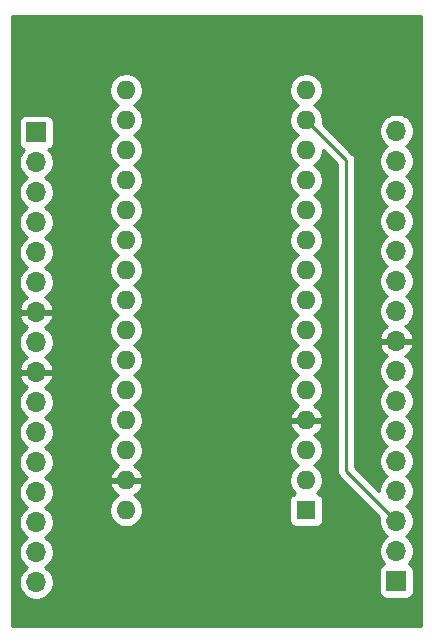
<source format=gbr>
G04 #@! TF.GenerationSoftware,KiCad,Pcbnew,(5.1.9)-1*
G04 #@! TF.CreationDate,2021-03-31T18:40:17+02:00*
G04 #@! TF.ProjectId,Schematic,53636865-6d61-4746-9963-2e6b69636164,rev?*
G04 #@! TF.SameCoordinates,Original*
G04 #@! TF.FileFunction,Copper,L2,Bot*
G04 #@! TF.FilePolarity,Positive*
%FSLAX46Y46*%
G04 Gerber Fmt 4.6, Leading zero omitted, Abs format (unit mm)*
G04 Created by KiCad (PCBNEW (5.1.9)-1) date 2021-03-31 18:40:17*
%MOMM*%
%LPD*%
G01*
G04 APERTURE LIST*
G04 #@! TA.AperFunction,ComponentPad*
%ADD10R,1.700000X1.700000*%
G04 #@! TD*
G04 #@! TA.AperFunction,ComponentPad*
%ADD11O,1.700000X1.700000*%
G04 #@! TD*
G04 #@! TA.AperFunction,ComponentPad*
%ADD12R,1.600000X1.600000*%
G04 #@! TD*
G04 #@! TA.AperFunction,ComponentPad*
%ADD13O,1.600000X1.600000*%
G04 #@! TD*
G04 #@! TA.AperFunction,ViaPad*
%ADD14C,0.800000*%
G04 #@! TD*
G04 #@! TA.AperFunction,Conductor*
%ADD15C,0.250000*%
G04 #@! TD*
G04 #@! TA.AperFunction,Conductor*
%ADD16C,0.254000*%
G04 #@! TD*
G04 #@! TA.AperFunction,Conductor*
%ADD17C,0.100000*%
G04 #@! TD*
G04 APERTURE END LIST*
D10*
X179250000Y-127500000D03*
D11*
X179250000Y-124960000D03*
X179250000Y-122420000D03*
X179250000Y-119880000D03*
X179250000Y-117340000D03*
X179250000Y-114800000D03*
X179250000Y-112260000D03*
X179250000Y-109720000D03*
X179250000Y-107180000D03*
X179250000Y-104640000D03*
X179250000Y-102100000D03*
X179250000Y-99560000D03*
X179250000Y-97020000D03*
X179250000Y-94480000D03*
X179250000Y-91940000D03*
X179250000Y-89400000D03*
D10*
X148750000Y-89500000D03*
D11*
X148750000Y-92040000D03*
X148750000Y-94580000D03*
X148750000Y-97120000D03*
X148750000Y-99660000D03*
X148750000Y-102200000D03*
X148750000Y-104740000D03*
X148750000Y-107280000D03*
X148750000Y-109820000D03*
X148750000Y-112360000D03*
X148750000Y-114900000D03*
X148750000Y-117440000D03*
X148750000Y-119980000D03*
X148750000Y-122520000D03*
X148750000Y-125060000D03*
X148750000Y-127600000D03*
D12*
X171610000Y-121500000D03*
D13*
X156370000Y-88480000D03*
X171610000Y-118960000D03*
X156370000Y-91020000D03*
X171610000Y-116420000D03*
X156370000Y-93560000D03*
X171610000Y-113880000D03*
X156370000Y-96100000D03*
X171610000Y-111340000D03*
X156370000Y-98640000D03*
X171610000Y-108800000D03*
X156370000Y-101180000D03*
X171610000Y-106260000D03*
X156370000Y-103720000D03*
X171610000Y-103720000D03*
X156370000Y-106260000D03*
X171610000Y-101180000D03*
X156370000Y-108800000D03*
X171610000Y-98640000D03*
X156370000Y-111340000D03*
X171610000Y-96100000D03*
X156370000Y-113880000D03*
X171610000Y-93560000D03*
X156370000Y-116420000D03*
X171610000Y-91020000D03*
X156370000Y-118960000D03*
X171610000Y-88480000D03*
X156370000Y-121500000D03*
X171610000Y-85940000D03*
X156370000Y-85940000D03*
D14*
X174500000Y-83000000D03*
X147500000Y-83000000D03*
X149000000Y-87000000D03*
X180500000Y-83000000D03*
X175000000Y-87000000D03*
X159500000Y-95500000D03*
X159500000Y-109000000D03*
X168500000Y-95500000D03*
X168500000Y-109000000D03*
D15*
X171610000Y-88480000D02*
X175000000Y-91870000D01*
X175000000Y-118170000D02*
X179250000Y-122420000D01*
X175000000Y-91870000D02*
X175000000Y-118170000D01*
D16*
X181315001Y-131315000D02*
X146685000Y-131315000D01*
X146685000Y-112213740D01*
X147265000Y-112213740D01*
X147265000Y-112506260D01*
X147322068Y-112793158D01*
X147434010Y-113063411D01*
X147596525Y-113306632D01*
X147803368Y-113513475D01*
X147977760Y-113630000D01*
X147803368Y-113746525D01*
X147596525Y-113953368D01*
X147434010Y-114196589D01*
X147322068Y-114466842D01*
X147265000Y-114753740D01*
X147265000Y-115046260D01*
X147322068Y-115333158D01*
X147434010Y-115603411D01*
X147596525Y-115846632D01*
X147803368Y-116053475D01*
X147977760Y-116170000D01*
X147803368Y-116286525D01*
X147596525Y-116493368D01*
X147434010Y-116736589D01*
X147322068Y-117006842D01*
X147265000Y-117293740D01*
X147265000Y-117586260D01*
X147322068Y-117873158D01*
X147434010Y-118143411D01*
X147596525Y-118386632D01*
X147803368Y-118593475D01*
X147977760Y-118710000D01*
X147803368Y-118826525D01*
X147596525Y-119033368D01*
X147434010Y-119276589D01*
X147322068Y-119546842D01*
X147265000Y-119833740D01*
X147265000Y-120126260D01*
X147322068Y-120413158D01*
X147434010Y-120683411D01*
X147596525Y-120926632D01*
X147803368Y-121133475D01*
X147977760Y-121250000D01*
X147803368Y-121366525D01*
X147596525Y-121573368D01*
X147434010Y-121816589D01*
X147322068Y-122086842D01*
X147265000Y-122373740D01*
X147265000Y-122666260D01*
X147322068Y-122953158D01*
X147434010Y-123223411D01*
X147596525Y-123466632D01*
X147803368Y-123673475D01*
X147977760Y-123790000D01*
X147803368Y-123906525D01*
X147596525Y-124113368D01*
X147434010Y-124356589D01*
X147322068Y-124626842D01*
X147265000Y-124913740D01*
X147265000Y-125206260D01*
X147322068Y-125493158D01*
X147434010Y-125763411D01*
X147596525Y-126006632D01*
X147803368Y-126213475D01*
X147977760Y-126330000D01*
X147803368Y-126446525D01*
X147596525Y-126653368D01*
X147434010Y-126896589D01*
X147322068Y-127166842D01*
X147265000Y-127453740D01*
X147265000Y-127746260D01*
X147322068Y-128033158D01*
X147434010Y-128303411D01*
X147596525Y-128546632D01*
X147803368Y-128753475D01*
X148046589Y-128915990D01*
X148316842Y-129027932D01*
X148603740Y-129085000D01*
X148896260Y-129085000D01*
X149183158Y-129027932D01*
X149453411Y-128915990D01*
X149696632Y-128753475D01*
X149903475Y-128546632D01*
X150065990Y-128303411D01*
X150177932Y-128033158D01*
X150235000Y-127746260D01*
X150235000Y-127453740D01*
X150177932Y-127166842D01*
X150065990Y-126896589D01*
X149903475Y-126653368D01*
X149696632Y-126446525D01*
X149522240Y-126330000D01*
X149696632Y-126213475D01*
X149903475Y-126006632D01*
X150065990Y-125763411D01*
X150177932Y-125493158D01*
X150235000Y-125206260D01*
X150235000Y-124913740D01*
X150177932Y-124626842D01*
X150065990Y-124356589D01*
X149903475Y-124113368D01*
X149696632Y-123906525D01*
X149522240Y-123790000D01*
X149696632Y-123673475D01*
X149903475Y-123466632D01*
X150065990Y-123223411D01*
X150177932Y-122953158D01*
X150235000Y-122666260D01*
X150235000Y-122373740D01*
X150177932Y-122086842D01*
X150065990Y-121816589D01*
X149903475Y-121573368D01*
X149696632Y-121366525D01*
X149684869Y-121358665D01*
X154935000Y-121358665D01*
X154935000Y-121641335D01*
X154990147Y-121918574D01*
X155098320Y-122179727D01*
X155255363Y-122414759D01*
X155455241Y-122614637D01*
X155690273Y-122771680D01*
X155951426Y-122879853D01*
X156228665Y-122935000D01*
X156511335Y-122935000D01*
X156788574Y-122879853D01*
X157049727Y-122771680D01*
X157284759Y-122614637D01*
X157484637Y-122414759D01*
X157641680Y-122179727D01*
X157749853Y-121918574D01*
X157805000Y-121641335D01*
X157805000Y-121358665D01*
X157749853Y-121081426D01*
X157641680Y-120820273D01*
X157561317Y-120700000D01*
X170171928Y-120700000D01*
X170171928Y-122300000D01*
X170184188Y-122424482D01*
X170220498Y-122544180D01*
X170279463Y-122654494D01*
X170358815Y-122751185D01*
X170455506Y-122830537D01*
X170565820Y-122889502D01*
X170685518Y-122925812D01*
X170810000Y-122938072D01*
X172410000Y-122938072D01*
X172534482Y-122925812D01*
X172654180Y-122889502D01*
X172764494Y-122830537D01*
X172861185Y-122751185D01*
X172940537Y-122654494D01*
X172999502Y-122544180D01*
X173035812Y-122424482D01*
X173048072Y-122300000D01*
X173048072Y-120700000D01*
X173035812Y-120575518D01*
X172999502Y-120455820D01*
X172940537Y-120345506D01*
X172861185Y-120248815D01*
X172764494Y-120169463D01*
X172654180Y-120110498D01*
X172534482Y-120074188D01*
X172526039Y-120073357D01*
X172724637Y-119874759D01*
X172881680Y-119639727D01*
X172989853Y-119378574D01*
X173045000Y-119101335D01*
X173045000Y-118818665D01*
X172989853Y-118541426D01*
X172881680Y-118280273D01*
X172724637Y-118045241D01*
X172524759Y-117845363D01*
X172292241Y-117690000D01*
X172524759Y-117534637D01*
X172724637Y-117334759D01*
X172881680Y-117099727D01*
X172989853Y-116838574D01*
X173045000Y-116561335D01*
X173045000Y-116278665D01*
X172989853Y-116001426D01*
X172881680Y-115740273D01*
X172724637Y-115505241D01*
X172524759Y-115305363D01*
X172289727Y-115148320D01*
X172279135Y-115143933D01*
X172465131Y-115032385D01*
X172673519Y-114843414D01*
X172841037Y-114617420D01*
X172961246Y-114363087D01*
X173001904Y-114229039D01*
X172879915Y-114007000D01*
X171737000Y-114007000D01*
X171737000Y-114027000D01*
X171483000Y-114027000D01*
X171483000Y-114007000D01*
X170340085Y-114007000D01*
X170218096Y-114229039D01*
X170258754Y-114363087D01*
X170378963Y-114617420D01*
X170546481Y-114843414D01*
X170754869Y-115032385D01*
X170940865Y-115143933D01*
X170930273Y-115148320D01*
X170695241Y-115305363D01*
X170495363Y-115505241D01*
X170338320Y-115740273D01*
X170230147Y-116001426D01*
X170175000Y-116278665D01*
X170175000Y-116561335D01*
X170230147Y-116838574D01*
X170338320Y-117099727D01*
X170495363Y-117334759D01*
X170695241Y-117534637D01*
X170927759Y-117690000D01*
X170695241Y-117845363D01*
X170495363Y-118045241D01*
X170338320Y-118280273D01*
X170230147Y-118541426D01*
X170175000Y-118818665D01*
X170175000Y-119101335D01*
X170230147Y-119378574D01*
X170338320Y-119639727D01*
X170495363Y-119874759D01*
X170693961Y-120073357D01*
X170685518Y-120074188D01*
X170565820Y-120110498D01*
X170455506Y-120169463D01*
X170358815Y-120248815D01*
X170279463Y-120345506D01*
X170220498Y-120455820D01*
X170184188Y-120575518D01*
X170171928Y-120700000D01*
X157561317Y-120700000D01*
X157484637Y-120585241D01*
X157284759Y-120385363D01*
X157049727Y-120228320D01*
X157039135Y-120223933D01*
X157225131Y-120112385D01*
X157433519Y-119923414D01*
X157601037Y-119697420D01*
X157721246Y-119443087D01*
X157761904Y-119309039D01*
X157639915Y-119087000D01*
X156497000Y-119087000D01*
X156497000Y-119107000D01*
X156243000Y-119107000D01*
X156243000Y-119087000D01*
X155100085Y-119087000D01*
X154978096Y-119309039D01*
X155018754Y-119443087D01*
X155138963Y-119697420D01*
X155306481Y-119923414D01*
X155514869Y-120112385D01*
X155700865Y-120223933D01*
X155690273Y-120228320D01*
X155455241Y-120385363D01*
X155255363Y-120585241D01*
X155098320Y-120820273D01*
X154990147Y-121081426D01*
X154935000Y-121358665D01*
X149684869Y-121358665D01*
X149522240Y-121250000D01*
X149696632Y-121133475D01*
X149903475Y-120926632D01*
X150065990Y-120683411D01*
X150177932Y-120413158D01*
X150235000Y-120126260D01*
X150235000Y-119833740D01*
X150177932Y-119546842D01*
X150065990Y-119276589D01*
X149903475Y-119033368D01*
X149696632Y-118826525D01*
X149522240Y-118710000D01*
X149696632Y-118593475D01*
X149903475Y-118386632D01*
X150065990Y-118143411D01*
X150177932Y-117873158D01*
X150235000Y-117586260D01*
X150235000Y-117293740D01*
X150177932Y-117006842D01*
X150065990Y-116736589D01*
X149903475Y-116493368D01*
X149696632Y-116286525D01*
X149522240Y-116170000D01*
X149696632Y-116053475D01*
X149903475Y-115846632D01*
X150065990Y-115603411D01*
X150177932Y-115333158D01*
X150235000Y-115046260D01*
X150235000Y-114753740D01*
X150177932Y-114466842D01*
X150065990Y-114196589D01*
X149903475Y-113953368D01*
X149696632Y-113746525D01*
X149522240Y-113630000D01*
X149696632Y-113513475D01*
X149903475Y-113306632D01*
X150065990Y-113063411D01*
X150177932Y-112793158D01*
X150235000Y-112506260D01*
X150235000Y-112213740D01*
X150177932Y-111926842D01*
X150065990Y-111656589D01*
X149903475Y-111413368D01*
X149696632Y-111206525D01*
X149514466Y-111084805D01*
X149631355Y-111015178D01*
X149847588Y-110820269D01*
X150021641Y-110586920D01*
X150146825Y-110324099D01*
X150191476Y-110176890D01*
X150070155Y-109947000D01*
X148877000Y-109947000D01*
X148877000Y-109967000D01*
X148623000Y-109967000D01*
X148623000Y-109947000D01*
X147429845Y-109947000D01*
X147308524Y-110176890D01*
X147353175Y-110324099D01*
X147478359Y-110586920D01*
X147652412Y-110820269D01*
X147868645Y-111015178D01*
X147985534Y-111084805D01*
X147803368Y-111206525D01*
X147596525Y-111413368D01*
X147434010Y-111656589D01*
X147322068Y-111926842D01*
X147265000Y-112213740D01*
X146685000Y-112213740D01*
X146685000Y-107133740D01*
X147265000Y-107133740D01*
X147265000Y-107426260D01*
X147322068Y-107713158D01*
X147434010Y-107983411D01*
X147596525Y-108226632D01*
X147803368Y-108433475D01*
X147985534Y-108555195D01*
X147868645Y-108624822D01*
X147652412Y-108819731D01*
X147478359Y-109053080D01*
X147353175Y-109315901D01*
X147308524Y-109463110D01*
X147429845Y-109693000D01*
X148623000Y-109693000D01*
X148623000Y-109673000D01*
X148877000Y-109673000D01*
X148877000Y-109693000D01*
X150070155Y-109693000D01*
X150191476Y-109463110D01*
X150146825Y-109315901D01*
X150021641Y-109053080D01*
X149847588Y-108819731D01*
X149631355Y-108624822D01*
X149514466Y-108555195D01*
X149696632Y-108433475D01*
X149903475Y-108226632D01*
X150065990Y-107983411D01*
X150177932Y-107713158D01*
X150235000Y-107426260D01*
X150235000Y-107133740D01*
X150177932Y-106846842D01*
X150065990Y-106576589D01*
X149903475Y-106333368D01*
X149696632Y-106126525D01*
X149514466Y-106004805D01*
X149631355Y-105935178D01*
X149847588Y-105740269D01*
X150021641Y-105506920D01*
X150146825Y-105244099D01*
X150191476Y-105096890D01*
X150070155Y-104867000D01*
X148877000Y-104867000D01*
X148877000Y-104887000D01*
X148623000Y-104887000D01*
X148623000Y-104867000D01*
X147429845Y-104867000D01*
X147308524Y-105096890D01*
X147353175Y-105244099D01*
X147478359Y-105506920D01*
X147652412Y-105740269D01*
X147868645Y-105935178D01*
X147985534Y-106004805D01*
X147803368Y-106126525D01*
X147596525Y-106333368D01*
X147434010Y-106576589D01*
X147322068Y-106846842D01*
X147265000Y-107133740D01*
X146685000Y-107133740D01*
X146685000Y-88650000D01*
X147261928Y-88650000D01*
X147261928Y-90350000D01*
X147274188Y-90474482D01*
X147310498Y-90594180D01*
X147369463Y-90704494D01*
X147448815Y-90801185D01*
X147545506Y-90880537D01*
X147655820Y-90939502D01*
X147728380Y-90961513D01*
X147596525Y-91093368D01*
X147434010Y-91336589D01*
X147322068Y-91606842D01*
X147265000Y-91893740D01*
X147265000Y-92186260D01*
X147322068Y-92473158D01*
X147434010Y-92743411D01*
X147596525Y-92986632D01*
X147803368Y-93193475D01*
X147977760Y-93310000D01*
X147803368Y-93426525D01*
X147596525Y-93633368D01*
X147434010Y-93876589D01*
X147322068Y-94146842D01*
X147265000Y-94433740D01*
X147265000Y-94726260D01*
X147322068Y-95013158D01*
X147434010Y-95283411D01*
X147596525Y-95526632D01*
X147803368Y-95733475D01*
X147977760Y-95850000D01*
X147803368Y-95966525D01*
X147596525Y-96173368D01*
X147434010Y-96416589D01*
X147322068Y-96686842D01*
X147265000Y-96973740D01*
X147265000Y-97266260D01*
X147322068Y-97553158D01*
X147434010Y-97823411D01*
X147596525Y-98066632D01*
X147803368Y-98273475D01*
X147977760Y-98390000D01*
X147803368Y-98506525D01*
X147596525Y-98713368D01*
X147434010Y-98956589D01*
X147322068Y-99226842D01*
X147265000Y-99513740D01*
X147265000Y-99806260D01*
X147322068Y-100093158D01*
X147434010Y-100363411D01*
X147596525Y-100606632D01*
X147803368Y-100813475D01*
X147977760Y-100930000D01*
X147803368Y-101046525D01*
X147596525Y-101253368D01*
X147434010Y-101496589D01*
X147322068Y-101766842D01*
X147265000Y-102053740D01*
X147265000Y-102346260D01*
X147322068Y-102633158D01*
X147434010Y-102903411D01*
X147596525Y-103146632D01*
X147803368Y-103353475D01*
X147985534Y-103475195D01*
X147868645Y-103544822D01*
X147652412Y-103739731D01*
X147478359Y-103973080D01*
X147353175Y-104235901D01*
X147308524Y-104383110D01*
X147429845Y-104613000D01*
X148623000Y-104613000D01*
X148623000Y-104593000D01*
X148877000Y-104593000D01*
X148877000Y-104613000D01*
X150070155Y-104613000D01*
X150191476Y-104383110D01*
X150146825Y-104235901D01*
X150021641Y-103973080D01*
X149847588Y-103739731D01*
X149631355Y-103544822D01*
X149514466Y-103475195D01*
X149696632Y-103353475D01*
X149903475Y-103146632D01*
X150065990Y-102903411D01*
X150177932Y-102633158D01*
X150235000Y-102346260D01*
X150235000Y-102053740D01*
X150177932Y-101766842D01*
X150065990Y-101496589D01*
X149903475Y-101253368D01*
X149696632Y-101046525D01*
X149522240Y-100930000D01*
X149696632Y-100813475D01*
X149903475Y-100606632D01*
X150065990Y-100363411D01*
X150177932Y-100093158D01*
X150235000Y-99806260D01*
X150235000Y-99513740D01*
X150177932Y-99226842D01*
X150065990Y-98956589D01*
X149903475Y-98713368D01*
X149696632Y-98506525D01*
X149522240Y-98390000D01*
X149696632Y-98273475D01*
X149903475Y-98066632D01*
X150065990Y-97823411D01*
X150177932Y-97553158D01*
X150235000Y-97266260D01*
X150235000Y-96973740D01*
X150177932Y-96686842D01*
X150065990Y-96416589D01*
X149903475Y-96173368D01*
X149696632Y-95966525D01*
X149522240Y-95850000D01*
X149696632Y-95733475D01*
X149903475Y-95526632D01*
X150065990Y-95283411D01*
X150177932Y-95013158D01*
X150235000Y-94726260D01*
X150235000Y-94433740D01*
X150177932Y-94146842D01*
X150065990Y-93876589D01*
X149903475Y-93633368D01*
X149696632Y-93426525D01*
X149522240Y-93310000D01*
X149696632Y-93193475D01*
X149903475Y-92986632D01*
X150065990Y-92743411D01*
X150177932Y-92473158D01*
X150235000Y-92186260D01*
X150235000Y-91893740D01*
X150177932Y-91606842D01*
X150065990Y-91336589D01*
X149903475Y-91093368D01*
X149771620Y-90961513D01*
X149844180Y-90939502D01*
X149954494Y-90880537D01*
X150051185Y-90801185D01*
X150130537Y-90704494D01*
X150189502Y-90594180D01*
X150225812Y-90474482D01*
X150238072Y-90350000D01*
X150238072Y-88650000D01*
X150225812Y-88525518D01*
X150189502Y-88405820D01*
X150130537Y-88295506D01*
X150051185Y-88198815D01*
X149954494Y-88119463D01*
X149844180Y-88060498D01*
X149724482Y-88024188D01*
X149600000Y-88011928D01*
X147900000Y-88011928D01*
X147775518Y-88024188D01*
X147655820Y-88060498D01*
X147545506Y-88119463D01*
X147448815Y-88198815D01*
X147369463Y-88295506D01*
X147310498Y-88405820D01*
X147274188Y-88525518D01*
X147261928Y-88650000D01*
X146685000Y-88650000D01*
X146685000Y-85798665D01*
X154935000Y-85798665D01*
X154935000Y-86081335D01*
X154990147Y-86358574D01*
X155098320Y-86619727D01*
X155255363Y-86854759D01*
X155455241Y-87054637D01*
X155687759Y-87210000D01*
X155455241Y-87365363D01*
X155255363Y-87565241D01*
X155098320Y-87800273D01*
X154990147Y-88061426D01*
X154935000Y-88338665D01*
X154935000Y-88621335D01*
X154990147Y-88898574D01*
X155098320Y-89159727D01*
X155255363Y-89394759D01*
X155455241Y-89594637D01*
X155687759Y-89750000D01*
X155455241Y-89905363D01*
X155255363Y-90105241D01*
X155098320Y-90340273D01*
X154990147Y-90601426D01*
X154935000Y-90878665D01*
X154935000Y-91161335D01*
X154990147Y-91438574D01*
X155098320Y-91699727D01*
X155255363Y-91934759D01*
X155455241Y-92134637D01*
X155687759Y-92290000D01*
X155455241Y-92445363D01*
X155255363Y-92645241D01*
X155098320Y-92880273D01*
X154990147Y-93141426D01*
X154935000Y-93418665D01*
X154935000Y-93701335D01*
X154990147Y-93978574D01*
X155098320Y-94239727D01*
X155255363Y-94474759D01*
X155455241Y-94674637D01*
X155687759Y-94830000D01*
X155455241Y-94985363D01*
X155255363Y-95185241D01*
X155098320Y-95420273D01*
X154990147Y-95681426D01*
X154935000Y-95958665D01*
X154935000Y-96241335D01*
X154990147Y-96518574D01*
X155098320Y-96779727D01*
X155255363Y-97014759D01*
X155455241Y-97214637D01*
X155687759Y-97370000D01*
X155455241Y-97525363D01*
X155255363Y-97725241D01*
X155098320Y-97960273D01*
X154990147Y-98221426D01*
X154935000Y-98498665D01*
X154935000Y-98781335D01*
X154990147Y-99058574D01*
X155098320Y-99319727D01*
X155255363Y-99554759D01*
X155455241Y-99754637D01*
X155687759Y-99910000D01*
X155455241Y-100065363D01*
X155255363Y-100265241D01*
X155098320Y-100500273D01*
X154990147Y-100761426D01*
X154935000Y-101038665D01*
X154935000Y-101321335D01*
X154990147Y-101598574D01*
X155098320Y-101859727D01*
X155255363Y-102094759D01*
X155455241Y-102294637D01*
X155687759Y-102450000D01*
X155455241Y-102605363D01*
X155255363Y-102805241D01*
X155098320Y-103040273D01*
X154990147Y-103301426D01*
X154935000Y-103578665D01*
X154935000Y-103861335D01*
X154990147Y-104138574D01*
X155098320Y-104399727D01*
X155255363Y-104634759D01*
X155455241Y-104834637D01*
X155687759Y-104990000D01*
X155455241Y-105145363D01*
X155255363Y-105345241D01*
X155098320Y-105580273D01*
X154990147Y-105841426D01*
X154935000Y-106118665D01*
X154935000Y-106401335D01*
X154990147Y-106678574D01*
X155098320Y-106939727D01*
X155255363Y-107174759D01*
X155455241Y-107374637D01*
X155687759Y-107530000D01*
X155455241Y-107685363D01*
X155255363Y-107885241D01*
X155098320Y-108120273D01*
X154990147Y-108381426D01*
X154935000Y-108658665D01*
X154935000Y-108941335D01*
X154990147Y-109218574D01*
X155098320Y-109479727D01*
X155255363Y-109714759D01*
X155455241Y-109914637D01*
X155687759Y-110070000D01*
X155455241Y-110225363D01*
X155255363Y-110425241D01*
X155098320Y-110660273D01*
X154990147Y-110921426D01*
X154935000Y-111198665D01*
X154935000Y-111481335D01*
X154990147Y-111758574D01*
X155098320Y-112019727D01*
X155255363Y-112254759D01*
X155455241Y-112454637D01*
X155687759Y-112610000D01*
X155455241Y-112765363D01*
X155255363Y-112965241D01*
X155098320Y-113200273D01*
X154990147Y-113461426D01*
X154935000Y-113738665D01*
X154935000Y-114021335D01*
X154990147Y-114298574D01*
X155098320Y-114559727D01*
X155255363Y-114794759D01*
X155455241Y-114994637D01*
X155687759Y-115150000D01*
X155455241Y-115305363D01*
X155255363Y-115505241D01*
X155098320Y-115740273D01*
X154990147Y-116001426D01*
X154935000Y-116278665D01*
X154935000Y-116561335D01*
X154990147Y-116838574D01*
X155098320Y-117099727D01*
X155255363Y-117334759D01*
X155455241Y-117534637D01*
X155690273Y-117691680D01*
X155700865Y-117696067D01*
X155514869Y-117807615D01*
X155306481Y-117996586D01*
X155138963Y-118222580D01*
X155018754Y-118476913D01*
X154978096Y-118610961D01*
X155100085Y-118833000D01*
X156243000Y-118833000D01*
X156243000Y-118813000D01*
X156497000Y-118813000D01*
X156497000Y-118833000D01*
X157639915Y-118833000D01*
X157761904Y-118610961D01*
X157721246Y-118476913D01*
X157601037Y-118222580D01*
X157433519Y-117996586D01*
X157225131Y-117807615D01*
X157039135Y-117696067D01*
X157049727Y-117691680D01*
X157284759Y-117534637D01*
X157484637Y-117334759D01*
X157641680Y-117099727D01*
X157749853Y-116838574D01*
X157805000Y-116561335D01*
X157805000Y-116278665D01*
X157749853Y-116001426D01*
X157641680Y-115740273D01*
X157484637Y-115505241D01*
X157284759Y-115305363D01*
X157052241Y-115150000D01*
X157284759Y-114994637D01*
X157484637Y-114794759D01*
X157641680Y-114559727D01*
X157749853Y-114298574D01*
X157805000Y-114021335D01*
X157805000Y-113738665D01*
X157749853Y-113461426D01*
X157641680Y-113200273D01*
X157484637Y-112965241D01*
X157284759Y-112765363D01*
X157052241Y-112610000D01*
X157284759Y-112454637D01*
X157484637Y-112254759D01*
X157641680Y-112019727D01*
X157749853Y-111758574D01*
X157805000Y-111481335D01*
X157805000Y-111198665D01*
X157749853Y-110921426D01*
X157641680Y-110660273D01*
X157484637Y-110425241D01*
X157284759Y-110225363D01*
X157052241Y-110070000D01*
X157284759Y-109914637D01*
X157484637Y-109714759D01*
X157641680Y-109479727D01*
X157749853Y-109218574D01*
X157805000Y-108941335D01*
X157805000Y-108658665D01*
X157749853Y-108381426D01*
X157641680Y-108120273D01*
X157484637Y-107885241D01*
X157284759Y-107685363D01*
X157052241Y-107530000D01*
X157284759Y-107374637D01*
X157484637Y-107174759D01*
X157641680Y-106939727D01*
X157749853Y-106678574D01*
X157805000Y-106401335D01*
X157805000Y-106118665D01*
X157749853Y-105841426D01*
X157641680Y-105580273D01*
X157484637Y-105345241D01*
X157284759Y-105145363D01*
X157052241Y-104990000D01*
X157284759Y-104834637D01*
X157484637Y-104634759D01*
X157641680Y-104399727D01*
X157749853Y-104138574D01*
X157805000Y-103861335D01*
X157805000Y-103578665D01*
X157749853Y-103301426D01*
X157641680Y-103040273D01*
X157484637Y-102805241D01*
X157284759Y-102605363D01*
X157052241Y-102450000D01*
X157284759Y-102294637D01*
X157484637Y-102094759D01*
X157641680Y-101859727D01*
X157749853Y-101598574D01*
X157805000Y-101321335D01*
X157805000Y-101038665D01*
X157749853Y-100761426D01*
X157641680Y-100500273D01*
X157484637Y-100265241D01*
X157284759Y-100065363D01*
X157052241Y-99910000D01*
X157284759Y-99754637D01*
X157484637Y-99554759D01*
X157641680Y-99319727D01*
X157749853Y-99058574D01*
X157805000Y-98781335D01*
X157805000Y-98498665D01*
X157749853Y-98221426D01*
X157641680Y-97960273D01*
X157484637Y-97725241D01*
X157284759Y-97525363D01*
X157052241Y-97370000D01*
X157284759Y-97214637D01*
X157484637Y-97014759D01*
X157641680Y-96779727D01*
X157749853Y-96518574D01*
X157805000Y-96241335D01*
X157805000Y-95958665D01*
X157749853Y-95681426D01*
X157641680Y-95420273D01*
X157484637Y-95185241D01*
X157284759Y-94985363D01*
X157052241Y-94830000D01*
X157284759Y-94674637D01*
X157484637Y-94474759D01*
X157641680Y-94239727D01*
X157749853Y-93978574D01*
X157805000Y-93701335D01*
X157805000Y-93418665D01*
X157749853Y-93141426D01*
X157641680Y-92880273D01*
X157484637Y-92645241D01*
X157284759Y-92445363D01*
X157052241Y-92290000D01*
X157284759Y-92134637D01*
X157484637Y-91934759D01*
X157641680Y-91699727D01*
X157749853Y-91438574D01*
X157805000Y-91161335D01*
X157805000Y-90878665D01*
X157749853Y-90601426D01*
X157641680Y-90340273D01*
X157484637Y-90105241D01*
X157284759Y-89905363D01*
X157052241Y-89750000D01*
X157284759Y-89594637D01*
X157484637Y-89394759D01*
X157641680Y-89159727D01*
X157749853Y-88898574D01*
X157805000Y-88621335D01*
X157805000Y-88338665D01*
X157749853Y-88061426D01*
X157641680Y-87800273D01*
X157484637Y-87565241D01*
X157284759Y-87365363D01*
X157052241Y-87210000D01*
X157284759Y-87054637D01*
X157484637Y-86854759D01*
X157641680Y-86619727D01*
X157749853Y-86358574D01*
X157805000Y-86081335D01*
X157805000Y-85798665D01*
X170175000Y-85798665D01*
X170175000Y-86081335D01*
X170230147Y-86358574D01*
X170338320Y-86619727D01*
X170495363Y-86854759D01*
X170695241Y-87054637D01*
X170927759Y-87210000D01*
X170695241Y-87365363D01*
X170495363Y-87565241D01*
X170338320Y-87800273D01*
X170230147Y-88061426D01*
X170175000Y-88338665D01*
X170175000Y-88621335D01*
X170230147Y-88898574D01*
X170338320Y-89159727D01*
X170495363Y-89394759D01*
X170695241Y-89594637D01*
X170927759Y-89750000D01*
X170695241Y-89905363D01*
X170495363Y-90105241D01*
X170338320Y-90340273D01*
X170230147Y-90601426D01*
X170175000Y-90878665D01*
X170175000Y-91161335D01*
X170230147Y-91438574D01*
X170338320Y-91699727D01*
X170495363Y-91934759D01*
X170695241Y-92134637D01*
X170927759Y-92290000D01*
X170695241Y-92445363D01*
X170495363Y-92645241D01*
X170338320Y-92880273D01*
X170230147Y-93141426D01*
X170175000Y-93418665D01*
X170175000Y-93701335D01*
X170230147Y-93978574D01*
X170338320Y-94239727D01*
X170495363Y-94474759D01*
X170695241Y-94674637D01*
X170927759Y-94830000D01*
X170695241Y-94985363D01*
X170495363Y-95185241D01*
X170338320Y-95420273D01*
X170230147Y-95681426D01*
X170175000Y-95958665D01*
X170175000Y-96241335D01*
X170230147Y-96518574D01*
X170338320Y-96779727D01*
X170495363Y-97014759D01*
X170695241Y-97214637D01*
X170927759Y-97370000D01*
X170695241Y-97525363D01*
X170495363Y-97725241D01*
X170338320Y-97960273D01*
X170230147Y-98221426D01*
X170175000Y-98498665D01*
X170175000Y-98781335D01*
X170230147Y-99058574D01*
X170338320Y-99319727D01*
X170495363Y-99554759D01*
X170695241Y-99754637D01*
X170927759Y-99910000D01*
X170695241Y-100065363D01*
X170495363Y-100265241D01*
X170338320Y-100500273D01*
X170230147Y-100761426D01*
X170175000Y-101038665D01*
X170175000Y-101321335D01*
X170230147Y-101598574D01*
X170338320Y-101859727D01*
X170495363Y-102094759D01*
X170695241Y-102294637D01*
X170927759Y-102450000D01*
X170695241Y-102605363D01*
X170495363Y-102805241D01*
X170338320Y-103040273D01*
X170230147Y-103301426D01*
X170175000Y-103578665D01*
X170175000Y-103861335D01*
X170230147Y-104138574D01*
X170338320Y-104399727D01*
X170495363Y-104634759D01*
X170695241Y-104834637D01*
X170927759Y-104990000D01*
X170695241Y-105145363D01*
X170495363Y-105345241D01*
X170338320Y-105580273D01*
X170230147Y-105841426D01*
X170175000Y-106118665D01*
X170175000Y-106401335D01*
X170230147Y-106678574D01*
X170338320Y-106939727D01*
X170495363Y-107174759D01*
X170695241Y-107374637D01*
X170927759Y-107530000D01*
X170695241Y-107685363D01*
X170495363Y-107885241D01*
X170338320Y-108120273D01*
X170230147Y-108381426D01*
X170175000Y-108658665D01*
X170175000Y-108941335D01*
X170230147Y-109218574D01*
X170338320Y-109479727D01*
X170495363Y-109714759D01*
X170695241Y-109914637D01*
X170927759Y-110070000D01*
X170695241Y-110225363D01*
X170495363Y-110425241D01*
X170338320Y-110660273D01*
X170230147Y-110921426D01*
X170175000Y-111198665D01*
X170175000Y-111481335D01*
X170230147Y-111758574D01*
X170338320Y-112019727D01*
X170495363Y-112254759D01*
X170695241Y-112454637D01*
X170930273Y-112611680D01*
X170940865Y-112616067D01*
X170754869Y-112727615D01*
X170546481Y-112916586D01*
X170378963Y-113142580D01*
X170258754Y-113396913D01*
X170218096Y-113530961D01*
X170340085Y-113753000D01*
X171483000Y-113753000D01*
X171483000Y-113733000D01*
X171737000Y-113733000D01*
X171737000Y-113753000D01*
X172879915Y-113753000D01*
X173001904Y-113530961D01*
X172961246Y-113396913D01*
X172841037Y-113142580D01*
X172673519Y-112916586D01*
X172465131Y-112727615D01*
X172279135Y-112616067D01*
X172289727Y-112611680D01*
X172524759Y-112454637D01*
X172724637Y-112254759D01*
X172881680Y-112019727D01*
X172989853Y-111758574D01*
X173045000Y-111481335D01*
X173045000Y-111198665D01*
X172989853Y-110921426D01*
X172881680Y-110660273D01*
X172724637Y-110425241D01*
X172524759Y-110225363D01*
X172292241Y-110070000D01*
X172524759Y-109914637D01*
X172724637Y-109714759D01*
X172881680Y-109479727D01*
X172989853Y-109218574D01*
X173045000Y-108941335D01*
X173045000Y-108658665D01*
X172989853Y-108381426D01*
X172881680Y-108120273D01*
X172724637Y-107885241D01*
X172524759Y-107685363D01*
X172292241Y-107530000D01*
X172524759Y-107374637D01*
X172724637Y-107174759D01*
X172881680Y-106939727D01*
X172989853Y-106678574D01*
X173045000Y-106401335D01*
X173045000Y-106118665D01*
X172989853Y-105841426D01*
X172881680Y-105580273D01*
X172724637Y-105345241D01*
X172524759Y-105145363D01*
X172292241Y-104990000D01*
X172524759Y-104834637D01*
X172724637Y-104634759D01*
X172881680Y-104399727D01*
X172989853Y-104138574D01*
X173045000Y-103861335D01*
X173045000Y-103578665D01*
X172989853Y-103301426D01*
X172881680Y-103040273D01*
X172724637Y-102805241D01*
X172524759Y-102605363D01*
X172292241Y-102450000D01*
X172524759Y-102294637D01*
X172724637Y-102094759D01*
X172881680Y-101859727D01*
X172989853Y-101598574D01*
X173045000Y-101321335D01*
X173045000Y-101038665D01*
X172989853Y-100761426D01*
X172881680Y-100500273D01*
X172724637Y-100265241D01*
X172524759Y-100065363D01*
X172292241Y-99910000D01*
X172524759Y-99754637D01*
X172724637Y-99554759D01*
X172881680Y-99319727D01*
X172989853Y-99058574D01*
X173045000Y-98781335D01*
X173045000Y-98498665D01*
X172989853Y-98221426D01*
X172881680Y-97960273D01*
X172724637Y-97725241D01*
X172524759Y-97525363D01*
X172292241Y-97370000D01*
X172524759Y-97214637D01*
X172724637Y-97014759D01*
X172881680Y-96779727D01*
X172989853Y-96518574D01*
X173045000Y-96241335D01*
X173045000Y-95958665D01*
X172989853Y-95681426D01*
X172881680Y-95420273D01*
X172724637Y-95185241D01*
X172524759Y-94985363D01*
X172292241Y-94830000D01*
X172524759Y-94674637D01*
X172724637Y-94474759D01*
X172881680Y-94239727D01*
X172989853Y-93978574D01*
X173045000Y-93701335D01*
X173045000Y-93418665D01*
X172989853Y-93141426D01*
X172881680Y-92880273D01*
X172724637Y-92645241D01*
X172524759Y-92445363D01*
X172292241Y-92290000D01*
X172524759Y-92134637D01*
X172724637Y-91934759D01*
X172881680Y-91699727D01*
X172989853Y-91438574D01*
X173045000Y-91161335D01*
X173045000Y-90989802D01*
X174240000Y-92184802D01*
X174240001Y-118132667D01*
X174236324Y-118170000D01*
X174250998Y-118318985D01*
X174294454Y-118462246D01*
X174365026Y-118594276D01*
X174415674Y-118655990D01*
X174460000Y-118710001D01*
X174488998Y-118733799D01*
X177808790Y-122053592D01*
X177765000Y-122273740D01*
X177765000Y-122566260D01*
X177822068Y-122853158D01*
X177934010Y-123123411D01*
X178096525Y-123366632D01*
X178303368Y-123573475D01*
X178477760Y-123690000D01*
X178303368Y-123806525D01*
X178096525Y-124013368D01*
X177934010Y-124256589D01*
X177822068Y-124526842D01*
X177765000Y-124813740D01*
X177765000Y-125106260D01*
X177822068Y-125393158D01*
X177934010Y-125663411D01*
X178096525Y-125906632D01*
X178228380Y-126038487D01*
X178155820Y-126060498D01*
X178045506Y-126119463D01*
X177948815Y-126198815D01*
X177869463Y-126295506D01*
X177810498Y-126405820D01*
X177774188Y-126525518D01*
X177761928Y-126650000D01*
X177761928Y-128350000D01*
X177774188Y-128474482D01*
X177810498Y-128594180D01*
X177869463Y-128704494D01*
X177948815Y-128801185D01*
X178045506Y-128880537D01*
X178155820Y-128939502D01*
X178275518Y-128975812D01*
X178400000Y-128988072D01*
X180100000Y-128988072D01*
X180224482Y-128975812D01*
X180344180Y-128939502D01*
X180454494Y-128880537D01*
X180551185Y-128801185D01*
X180630537Y-128704494D01*
X180689502Y-128594180D01*
X180725812Y-128474482D01*
X180738072Y-128350000D01*
X180738072Y-126650000D01*
X180725812Y-126525518D01*
X180689502Y-126405820D01*
X180630537Y-126295506D01*
X180551185Y-126198815D01*
X180454494Y-126119463D01*
X180344180Y-126060498D01*
X180271620Y-126038487D01*
X180403475Y-125906632D01*
X180565990Y-125663411D01*
X180677932Y-125393158D01*
X180735000Y-125106260D01*
X180735000Y-124813740D01*
X180677932Y-124526842D01*
X180565990Y-124256589D01*
X180403475Y-124013368D01*
X180196632Y-123806525D01*
X180022240Y-123690000D01*
X180196632Y-123573475D01*
X180403475Y-123366632D01*
X180565990Y-123123411D01*
X180677932Y-122853158D01*
X180735000Y-122566260D01*
X180735000Y-122273740D01*
X180677932Y-121986842D01*
X180565990Y-121716589D01*
X180403475Y-121473368D01*
X180196632Y-121266525D01*
X180022240Y-121150000D01*
X180196632Y-121033475D01*
X180403475Y-120826632D01*
X180565990Y-120583411D01*
X180677932Y-120313158D01*
X180735000Y-120026260D01*
X180735000Y-119733740D01*
X180677932Y-119446842D01*
X180565990Y-119176589D01*
X180403475Y-118933368D01*
X180196632Y-118726525D01*
X180022240Y-118610000D01*
X180196632Y-118493475D01*
X180403475Y-118286632D01*
X180565990Y-118043411D01*
X180677932Y-117773158D01*
X180735000Y-117486260D01*
X180735000Y-117193740D01*
X180677932Y-116906842D01*
X180565990Y-116636589D01*
X180403475Y-116393368D01*
X180196632Y-116186525D01*
X180022240Y-116070000D01*
X180196632Y-115953475D01*
X180403475Y-115746632D01*
X180565990Y-115503411D01*
X180677932Y-115233158D01*
X180735000Y-114946260D01*
X180735000Y-114653740D01*
X180677932Y-114366842D01*
X180565990Y-114096589D01*
X180403475Y-113853368D01*
X180196632Y-113646525D01*
X180022240Y-113530000D01*
X180196632Y-113413475D01*
X180403475Y-113206632D01*
X180565990Y-112963411D01*
X180677932Y-112693158D01*
X180735000Y-112406260D01*
X180735000Y-112113740D01*
X180677932Y-111826842D01*
X180565990Y-111556589D01*
X180403475Y-111313368D01*
X180196632Y-111106525D01*
X180022240Y-110990000D01*
X180196632Y-110873475D01*
X180403475Y-110666632D01*
X180565990Y-110423411D01*
X180677932Y-110153158D01*
X180735000Y-109866260D01*
X180735000Y-109573740D01*
X180677932Y-109286842D01*
X180565990Y-109016589D01*
X180403475Y-108773368D01*
X180196632Y-108566525D01*
X180014466Y-108444805D01*
X180131355Y-108375178D01*
X180347588Y-108180269D01*
X180521641Y-107946920D01*
X180646825Y-107684099D01*
X180691476Y-107536890D01*
X180570155Y-107307000D01*
X179377000Y-107307000D01*
X179377000Y-107327000D01*
X179123000Y-107327000D01*
X179123000Y-107307000D01*
X177929845Y-107307000D01*
X177808524Y-107536890D01*
X177853175Y-107684099D01*
X177978359Y-107946920D01*
X178152412Y-108180269D01*
X178368645Y-108375178D01*
X178485534Y-108444805D01*
X178303368Y-108566525D01*
X178096525Y-108773368D01*
X177934010Y-109016589D01*
X177822068Y-109286842D01*
X177765000Y-109573740D01*
X177765000Y-109866260D01*
X177822068Y-110153158D01*
X177934010Y-110423411D01*
X178096525Y-110666632D01*
X178303368Y-110873475D01*
X178477760Y-110990000D01*
X178303368Y-111106525D01*
X178096525Y-111313368D01*
X177934010Y-111556589D01*
X177822068Y-111826842D01*
X177765000Y-112113740D01*
X177765000Y-112406260D01*
X177822068Y-112693158D01*
X177934010Y-112963411D01*
X178096525Y-113206632D01*
X178303368Y-113413475D01*
X178477760Y-113530000D01*
X178303368Y-113646525D01*
X178096525Y-113853368D01*
X177934010Y-114096589D01*
X177822068Y-114366842D01*
X177765000Y-114653740D01*
X177765000Y-114946260D01*
X177822068Y-115233158D01*
X177934010Y-115503411D01*
X178096525Y-115746632D01*
X178303368Y-115953475D01*
X178477760Y-116070000D01*
X178303368Y-116186525D01*
X178096525Y-116393368D01*
X177934010Y-116636589D01*
X177822068Y-116906842D01*
X177765000Y-117193740D01*
X177765000Y-117486260D01*
X177822068Y-117773158D01*
X177934010Y-118043411D01*
X178096525Y-118286632D01*
X178303368Y-118493475D01*
X178477760Y-118610000D01*
X178303368Y-118726525D01*
X178096525Y-118933368D01*
X177934010Y-119176589D01*
X177822068Y-119446842D01*
X177765000Y-119733740D01*
X177765000Y-119860198D01*
X175760000Y-117855199D01*
X175760000Y-91907323D01*
X175763676Y-91870000D01*
X175760000Y-91832677D01*
X175760000Y-91832667D01*
X175749003Y-91721014D01*
X175705546Y-91577753D01*
X175634975Y-91445725D01*
X175634974Y-91445723D01*
X175563799Y-91358997D01*
X175540001Y-91329999D01*
X175511004Y-91306202D01*
X173458542Y-89253740D01*
X177765000Y-89253740D01*
X177765000Y-89546260D01*
X177822068Y-89833158D01*
X177934010Y-90103411D01*
X178096525Y-90346632D01*
X178303368Y-90553475D01*
X178477760Y-90670000D01*
X178303368Y-90786525D01*
X178096525Y-90993368D01*
X177934010Y-91236589D01*
X177822068Y-91506842D01*
X177765000Y-91793740D01*
X177765000Y-92086260D01*
X177822068Y-92373158D01*
X177934010Y-92643411D01*
X178096525Y-92886632D01*
X178303368Y-93093475D01*
X178477760Y-93210000D01*
X178303368Y-93326525D01*
X178096525Y-93533368D01*
X177934010Y-93776589D01*
X177822068Y-94046842D01*
X177765000Y-94333740D01*
X177765000Y-94626260D01*
X177822068Y-94913158D01*
X177934010Y-95183411D01*
X178096525Y-95426632D01*
X178303368Y-95633475D01*
X178477760Y-95750000D01*
X178303368Y-95866525D01*
X178096525Y-96073368D01*
X177934010Y-96316589D01*
X177822068Y-96586842D01*
X177765000Y-96873740D01*
X177765000Y-97166260D01*
X177822068Y-97453158D01*
X177934010Y-97723411D01*
X178096525Y-97966632D01*
X178303368Y-98173475D01*
X178477760Y-98290000D01*
X178303368Y-98406525D01*
X178096525Y-98613368D01*
X177934010Y-98856589D01*
X177822068Y-99126842D01*
X177765000Y-99413740D01*
X177765000Y-99706260D01*
X177822068Y-99993158D01*
X177934010Y-100263411D01*
X178096525Y-100506632D01*
X178303368Y-100713475D01*
X178477760Y-100830000D01*
X178303368Y-100946525D01*
X178096525Y-101153368D01*
X177934010Y-101396589D01*
X177822068Y-101666842D01*
X177765000Y-101953740D01*
X177765000Y-102246260D01*
X177822068Y-102533158D01*
X177934010Y-102803411D01*
X178096525Y-103046632D01*
X178303368Y-103253475D01*
X178477760Y-103370000D01*
X178303368Y-103486525D01*
X178096525Y-103693368D01*
X177934010Y-103936589D01*
X177822068Y-104206842D01*
X177765000Y-104493740D01*
X177765000Y-104786260D01*
X177822068Y-105073158D01*
X177934010Y-105343411D01*
X178096525Y-105586632D01*
X178303368Y-105793475D01*
X178485534Y-105915195D01*
X178368645Y-105984822D01*
X178152412Y-106179731D01*
X177978359Y-106413080D01*
X177853175Y-106675901D01*
X177808524Y-106823110D01*
X177929845Y-107053000D01*
X179123000Y-107053000D01*
X179123000Y-107033000D01*
X179377000Y-107033000D01*
X179377000Y-107053000D01*
X180570155Y-107053000D01*
X180691476Y-106823110D01*
X180646825Y-106675901D01*
X180521641Y-106413080D01*
X180347588Y-106179731D01*
X180131355Y-105984822D01*
X180014466Y-105915195D01*
X180196632Y-105793475D01*
X180403475Y-105586632D01*
X180565990Y-105343411D01*
X180677932Y-105073158D01*
X180735000Y-104786260D01*
X180735000Y-104493740D01*
X180677932Y-104206842D01*
X180565990Y-103936589D01*
X180403475Y-103693368D01*
X180196632Y-103486525D01*
X180022240Y-103370000D01*
X180196632Y-103253475D01*
X180403475Y-103046632D01*
X180565990Y-102803411D01*
X180677932Y-102533158D01*
X180735000Y-102246260D01*
X180735000Y-101953740D01*
X180677932Y-101666842D01*
X180565990Y-101396589D01*
X180403475Y-101153368D01*
X180196632Y-100946525D01*
X180022240Y-100830000D01*
X180196632Y-100713475D01*
X180403475Y-100506632D01*
X180565990Y-100263411D01*
X180677932Y-99993158D01*
X180735000Y-99706260D01*
X180735000Y-99413740D01*
X180677932Y-99126842D01*
X180565990Y-98856589D01*
X180403475Y-98613368D01*
X180196632Y-98406525D01*
X180022240Y-98290000D01*
X180196632Y-98173475D01*
X180403475Y-97966632D01*
X180565990Y-97723411D01*
X180677932Y-97453158D01*
X180735000Y-97166260D01*
X180735000Y-96873740D01*
X180677932Y-96586842D01*
X180565990Y-96316589D01*
X180403475Y-96073368D01*
X180196632Y-95866525D01*
X180022240Y-95750000D01*
X180196632Y-95633475D01*
X180403475Y-95426632D01*
X180565990Y-95183411D01*
X180677932Y-94913158D01*
X180735000Y-94626260D01*
X180735000Y-94333740D01*
X180677932Y-94046842D01*
X180565990Y-93776589D01*
X180403475Y-93533368D01*
X180196632Y-93326525D01*
X180022240Y-93210000D01*
X180196632Y-93093475D01*
X180403475Y-92886632D01*
X180565990Y-92643411D01*
X180677932Y-92373158D01*
X180735000Y-92086260D01*
X180735000Y-91793740D01*
X180677932Y-91506842D01*
X180565990Y-91236589D01*
X180403475Y-90993368D01*
X180196632Y-90786525D01*
X180022240Y-90670000D01*
X180196632Y-90553475D01*
X180403475Y-90346632D01*
X180565990Y-90103411D01*
X180677932Y-89833158D01*
X180735000Y-89546260D01*
X180735000Y-89253740D01*
X180677932Y-88966842D01*
X180565990Y-88696589D01*
X180403475Y-88453368D01*
X180196632Y-88246525D01*
X179953411Y-88084010D01*
X179683158Y-87972068D01*
X179396260Y-87915000D01*
X179103740Y-87915000D01*
X178816842Y-87972068D01*
X178546589Y-88084010D01*
X178303368Y-88246525D01*
X178096525Y-88453368D01*
X177934010Y-88696589D01*
X177822068Y-88966842D01*
X177765000Y-89253740D01*
X173458542Y-89253740D01*
X173008688Y-88803887D01*
X173045000Y-88621335D01*
X173045000Y-88338665D01*
X172989853Y-88061426D01*
X172881680Y-87800273D01*
X172724637Y-87565241D01*
X172524759Y-87365363D01*
X172292241Y-87210000D01*
X172524759Y-87054637D01*
X172724637Y-86854759D01*
X172881680Y-86619727D01*
X172989853Y-86358574D01*
X173045000Y-86081335D01*
X173045000Y-85798665D01*
X172989853Y-85521426D01*
X172881680Y-85260273D01*
X172724637Y-85025241D01*
X172524759Y-84825363D01*
X172289727Y-84668320D01*
X172028574Y-84560147D01*
X171751335Y-84505000D01*
X171468665Y-84505000D01*
X171191426Y-84560147D01*
X170930273Y-84668320D01*
X170695241Y-84825363D01*
X170495363Y-85025241D01*
X170338320Y-85260273D01*
X170230147Y-85521426D01*
X170175000Y-85798665D01*
X157805000Y-85798665D01*
X157749853Y-85521426D01*
X157641680Y-85260273D01*
X157484637Y-85025241D01*
X157284759Y-84825363D01*
X157049727Y-84668320D01*
X156788574Y-84560147D01*
X156511335Y-84505000D01*
X156228665Y-84505000D01*
X155951426Y-84560147D01*
X155690273Y-84668320D01*
X155455241Y-84825363D01*
X155255363Y-85025241D01*
X155098320Y-85260273D01*
X154990147Y-85521426D01*
X154935000Y-85798665D01*
X146685000Y-85798665D01*
X146685000Y-79685000D01*
X181315000Y-79685000D01*
X181315001Y-131315000D01*
G04 #@! TA.AperFunction,Conductor*
D17*
G36*
X181315001Y-131315000D02*
G01*
X146685000Y-131315000D01*
X146685000Y-112213740D01*
X147265000Y-112213740D01*
X147265000Y-112506260D01*
X147322068Y-112793158D01*
X147434010Y-113063411D01*
X147596525Y-113306632D01*
X147803368Y-113513475D01*
X147977760Y-113630000D01*
X147803368Y-113746525D01*
X147596525Y-113953368D01*
X147434010Y-114196589D01*
X147322068Y-114466842D01*
X147265000Y-114753740D01*
X147265000Y-115046260D01*
X147322068Y-115333158D01*
X147434010Y-115603411D01*
X147596525Y-115846632D01*
X147803368Y-116053475D01*
X147977760Y-116170000D01*
X147803368Y-116286525D01*
X147596525Y-116493368D01*
X147434010Y-116736589D01*
X147322068Y-117006842D01*
X147265000Y-117293740D01*
X147265000Y-117586260D01*
X147322068Y-117873158D01*
X147434010Y-118143411D01*
X147596525Y-118386632D01*
X147803368Y-118593475D01*
X147977760Y-118710000D01*
X147803368Y-118826525D01*
X147596525Y-119033368D01*
X147434010Y-119276589D01*
X147322068Y-119546842D01*
X147265000Y-119833740D01*
X147265000Y-120126260D01*
X147322068Y-120413158D01*
X147434010Y-120683411D01*
X147596525Y-120926632D01*
X147803368Y-121133475D01*
X147977760Y-121250000D01*
X147803368Y-121366525D01*
X147596525Y-121573368D01*
X147434010Y-121816589D01*
X147322068Y-122086842D01*
X147265000Y-122373740D01*
X147265000Y-122666260D01*
X147322068Y-122953158D01*
X147434010Y-123223411D01*
X147596525Y-123466632D01*
X147803368Y-123673475D01*
X147977760Y-123790000D01*
X147803368Y-123906525D01*
X147596525Y-124113368D01*
X147434010Y-124356589D01*
X147322068Y-124626842D01*
X147265000Y-124913740D01*
X147265000Y-125206260D01*
X147322068Y-125493158D01*
X147434010Y-125763411D01*
X147596525Y-126006632D01*
X147803368Y-126213475D01*
X147977760Y-126330000D01*
X147803368Y-126446525D01*
X147596525Y-126653368D01*
X147434010Y-126896589D01*
X147322068Y-127166842D01*
X147265000Y-127453740D01*
X147265000Y-127746260D01*
X147322068Y-128033158D01*
X147434010Y-128303411D01*
X147596525Y-128546632D01*
X147803368Y-128753475D01*
X148046589Y-128915990D01*
X148316842Y-129027932D01*
X148603740Y-129085000D01*
X148896260Y-129085000D01*
X149183158Y-129027932D01*
X149453411Y-128915990D01*
X149696632Y-128753475D01*
X149903475Y-128546632D01*
X150065990Y-128303411D01*
X150177932Y-128033158D01*
X150235000Y-127746260D01*
X150235000Y-127453740D01*
X150177932Y-127166842D01*
X150065990Y-126896589D01*
X149903475Y-126653368D01*
X149696632Y-126446525D01*
X149522240Y-126330000D01*
X149696632Y-126213475D01*
X149903475Y-126006632D01*
X150065990Y-125763411D01*
X150177932Y-125493158D01*
X150235000Y-125206260D01*
X150235000Y-124913740D01*
X150177932Y-124626842D01*
X150065990Y-124356589D01*
X149903475Y-124113368D01*
X149696632Y-123906525D01*
X149522240Y-123790000D01*
X149696632Y-123673475D01*
X149903475Y-123466632D01*
X150065990Y-123223411D01*
X150177932Y-122953158D01*
X150235000Y-122666260D01*
X150235000Y-122373740D01*
X150177932Y-122086842D01*
X150065990Y-121816589D01*
X149903475Y-121573368D01*
X149696632Y-121366525D01*
X149684869Y-121358665D01*
X154935000Y-121358665D01*
X154935000Y-121641335D01*
X154990147Y-121918574D01*
X155098320Y-122179727D01*
X155255363Y-122414759D01*
X155455241Y-122614637D01*
X155690273Y-122771680D01*
X155951426Y-122879853D01*
X156228665Y-122935000D01*
X156511335Y-122935000D01*
X156788574Y-122879853D01*
X157049727Y-122771680D01*
X157284759Y-122614637D01*
X157484637Y-122414759D01*
X157641680Y-122179727D01*
X157749853Y-121918574D01*
X157805000Y-121641335D01*
X157805000Y-121358665D01*
X157749853Y-121081426D01*
X157641680Y-120820273D01*
X157561317Y-120700000D01*
X170171928Y-120700000D01*
X170171928Y-122300000D01*
X170184188Y-122424482D01*
X170220498Y-122544180D01*
X170279463Y-122654494D01*
X170358815Y-122751185D01*
X170455506Y-122830537D01*
X170565820Y-122889502D01*
X170685518Y-122925812D01*
X170810000Y-122938072D01*
X172410000Y-122938072D01*
X172534482Y-122925812D01*
X172654180Y-122889502D01*
X172764494Y-122830537D01*
X172861185Y-122751185D01*
X172940537Y-122654494D01*
X172999502Y-122544180D01*
X173035812Y-122424482D01*
X173048072Y-122300000D01*
X173048072Y-120700000D01*
X173035812Y-120575518D01*
X172999502Y-120455820D01*
X172940537Y-120345506D01*
X172861185Y-120248815D01*
X172764494Y-120169463D01*
X172654180Y-120110498D01*
X172534482Y-120074188D01*
X172526039Y-120073357D01*
X172724637Y-119874759D01*
X172881680Y-119639727D01*
X172989853Y-119378574D01*
X173045000Y-119101335D01*
X173045000Y-118818665D01*
X172989853Y-118541426D01*
X172881680Y-118280273D01*
X172724637Y-118045241D01*
X172524759Y-117845363D01*
X172292241Y-117690000D01*
X172524759Y-117534637D01*
X172724637Y-117334759D01*
X172881680Y-117099727D01*
X172989853Y-116838574D01*
X173045000Y-116561335D01*
X173045000Y-116278665D01*
X172989853Y-116001426D01*
X172881680Y-115740273D01*
X172724637Y-115505241D01*
X172524759Y-115305363D01*
X172289727Y-115148320D01*
X172279135Y-115143933D01*
X172465131Y-115032385D01*
X172673519Y-114843414D01*
X172841037Y-114617420D01*
X172961246Y-114363087D01*
X173001904Y-114229039D01*
X172879915Y-114007000D01*
X171737000Y-114007000D01*
X171737000Y-114027000D01*
X171483000Y-114027000D01*
X171483000Y-114007000D01*
X170340085Y-114007000D01*
X170218096Y-114229039D01*
X170258754Y-114363087D01*
X170378963Y-114617420D01*
X170546481Y-114843414D01*
X170754869Y-115032385D01*
X170940865Y-115143933D01*
X170930273Y-115148320D01*
X170695241Y-115305363D01*
X170495363Y-115505241D01*
X170338320Y-115740273D01*
X170230147Y-116001426D01*
X170175000Y-116278665D01*
X170175000Y-116561335D01*
X170230147Y-116838574D01*
X170338320Y-117099727D01*
X170495363Y-117334759D01*
X170695241Y-117534637D01*
X170927759Y-117690000D01*
X170695241Y-117845363D01*
X170495363Y-118045241D01*
X170338320Y-118280273D01*
X170230147Y-118541426D01*
X170175000Y-118818665D01*
X170175000Y-119101335D01*
X170230147Y-119378574D01*
X170338320Y-119639727D01*
X170495363Y-119874759D01*
X170693961Y-120073357D01*
X170685518Y-120074188D01*
X170565820Y-120110498D01*
X170455506Y-120169463D01*
X170358815Y-120248815D01*
X170279463Y-120345506D01*
X170220498Y-120455820D01*
X170184188Y-120575518D01*
X170171928Y-120700000D01*
X157561317Y-120700000D01*
X157484637Y-120585241D01*
X157284759Y-120385363D01*
X157049727Y-120228320D01*
X157039135Y-120223933D01*
X157225131Y-120112385D01*
X157433519Y-119923414D01*
X157601037Y-119697420D01*
X157721246Y-119443087D01*
X157761904Y-119309039D01*
X157639915Y-119087000D01*
X156497000Y-119087000D01*
X156497000Y-119107000D01*
X156243000Y-119107000D01*
X156243000Y-119087000D01*
X155100085Y-119087000D01*
X154978096Y-119309039D01*
X155018754Y-119443087D01*
X155138963Y-119697420D01*
X155306481Y-119923414D01*
X155514869Y-120112385D01*
X155700865Y-120223933D01*
X155690273Y-120228320D01*
X155455241Y-120385363D01*
X155255363Y-120585241D01*
X155098320Y-120820273D01*
X154990147Y-121081426D01*
X154935000Y-121358665D01*
X149684869Y-121358665D01*
X149522240Y-121250000D01*
X149696632Y-121133475D01*
X149903475Y-120926632D01*
X150065990Y-120683411D01*
X150177932Y-120413158D01*
X150235000Y-120126260D01*
X150235000Y-119833740D01*
X150177932Y-119546842D01*
X150065990Y-119276589D01*
X149903475Y-119033368D01*
X149696632Y-118826525D01*
X149522240Y-118710000D01*
X149696632Y-118593475D01*
X149903475Y-118386632D01*
X150065990Y-118143411D01*
X150177932Y-117873158D01*
X150235000Y-117586260D01*
X150235000Y-117293740D01*
X150177932Y-117006842D01*
X150065990Y-116736589D01*
X149903475Y-116493368D01*
X149696632Y-116286525D01*
X149522240Y-116170000D01*
X149696632Y-116053475D01*
X149903475Y-115846632D01*
X150065990Y-115603411D01*
X150177932Y-115333158D01*
X150235000Y-115046260D01*
X150235000Y-114753740D01*
X150177932Y-114466842D01*
X150065990Y-114196589D01*
X149903475Y-113953368D01*
X149696632Y-113746525D01*
X149522240Y-113630000D01*
X149696632Y-113513475D01*
X149903475Y-113306632D01*
X150065990Y-113063411D01*
X150177932Y-112793158D01*
X150235000Y-112506260D01*
X150235000Y-112213740D01*
X150177932Y-111926842D01*
X150065990Y-111656589D01*
X149903475Y-111413368D01*
X149696632Y-111206525D01*
X149514466Y-111084805D01*
X149631355Y-111015178D01*
X149847588Y-110820269D01*
X150021641Y-110586920D01*
X150146825Y-110324099D01*
X150191476Y-110176890D01*
X150070155Y-109947000D01*
X148877000Y-109947000D01*
X148877000Y-109967000D01*
X148623000Y-109967000D01*
X148623000Y-109947000D01*
X147429845Y-109947000D01*
X147308524Y-110176890D01*
X147353175Y-110324099D01*
X147478359Y-110586920D01*
X147652412Y-110820269D01*
X147868645Y-111015178D01*
X147985534Y-111084805D01*
X147803368Y-111206525D01*
X147596525Y-111413368D01*
X147434010Y-111656589D01*
X147322068Y-111926842D01*
X147265000Y-112213740D01*
X146685000Y-112213740D01*
X146685000Y-107133740D01*
X147265000Y-107133740D01*
X147265000Y-107426260D01*
X147322068Y-107713158D01*
X147434010Y-107983411D01*
X147596525Y-108226632D01*
X147803368Y-108433475D01*
X147985534Y-108555195D01*
X147868645Y-108624822D01*
X147652412Y-108819731D01*
X147478359Y-109053080D01*
X147353175Y-109315901D01*
X147308524Y-109463110D01*
X147429845Y-109693000D01*
X148623000Y-109693000D01*
X148623000Y-109673000D01*
X148877000Y-109673000D01*
X148877000Y-109693000D01*
X150070155Y-109693000D01*
X150191476Y-109463110D01*
X150146825Y-109315901D01*
X150021641Y-109053080D01*
X149847588Y-108819731D01*
X149631355Y-108624822D01*
X149514466Y-108555195D01*
X149696632Y-108433475D01*
X149903475Y-108226632D01*
X150065990Y-107983411D01*
X150177932Y-107713158D01*
X150235000Y-107426260D01*
X150235000Y-107133740D01*
X150177932Y-106846842D01*
X150065990Y-106576589D01*
X149903475Y-106333368D01*
X149696632Y-106126525D01*
X149514466Y-106004805D01*
X149631355Y-105935178D01*
X149847588Y-105740269D01*
X150021641Y-105506920D01*
X150146825Y-105244099D01*
X150191476Y-105096890D01*
X150070155Y-104867000D01*
X148877000Y-104867000D01*
X148877000Y-104887000D01*
X148623000Y-104887000D01*
X148623000Y-104867000D01*
X147429845Y-104867000D01*
X147308524Y-105096890D01*
X147353175Y-105244099D01*
X147478359Y-105506920D01*
X147652412Y-105740269D01*
X147868645Y-105935178D01*
X147985534Y-106004805D01*
X147803368Y-106126525D01*
X147596525Y-106333368D01*
X147434010Y-106576589D01*
X147322068Y-106846842D01*
X147265000Y-107133740D01*
X146685000Y-107133740D01*
X146685000Y-88650000D01*
X147261928Y-88650000D01*
X147261928Y-90350000D01*
X147274188Y-90474482D01*
X147310498Y-90594180D01*
X147369463Y-90704494D01*
X147448815Y-90801185D01*
X147545506Y-90880537D01*
X147655820Y-90939502D01*
X147728380Y-90961513D01*
X147596525Y-91093368D01*
X147434010Y-91336589D01*
X147322068Y-91606842D01*
X147265000Y-91893740D01*
X147265000Y-92186260D01*
X147322068Y-92473158D01*
X147434010Y-92743411D01*
X147596525Y-92986632D01*
X147803368Y-93193475D01*
X147977760Y-93310000D01*
X147803368Y-93426525D01*
X147596525Y-93633368D01*
X147434010Y-93876589D01*
X147322068Y-94146842D01*
X147265000Y-94433740D01*
X147265000Y-94726260D01*
X147322068Y-95013158D01*
X147434010Y-95283411D01*
X147596525Y-95526632D01*
X147803368Y-95733475D01*
X147977760Y-95850000D01*
X147803368Y-95966525D01*
X147596525Y-96173368D01*
X147434010Y-96416589D01*
X147322068Y-96686842D01*
X147265000Y-96973740D01*
X147265000Y-97266260D01*
X147322068Y-97553158D01*
X147434010Y-97823411D01*
X147596525Y-98066632D01*
X147803368Y-98273475D01*
X147977760Y-98390000D01*
X147803368Y-98506525D01*
X147596525Y-98713368D01*
X147434010Y-98956589D01*
X147322068Y-99226842D01*
X147265000Y-99513740D01*
X147265000Y-99806260D01*
X147322068Y-100093158D01*
X147434010Y-100363411D01*
X147596525Y-100606632D01*
X147803368Y-100813475D01*
X147977760Y-100930000D01*
X147803368Y-101046525D01*
X147596525Y-101253368D01*
X147434010Y-101496589D01*
X147322068Y-101766842D01*
X147265000Y-102053740D01*
X147265000Y-102346260D01*
X147322068Y-102633158D01*
X147434010Y-102903411D01*
X147596525Y-103146632D01*
X147803368Y-103353475D01*
X147985534Y-103475195D01*
X147868645Y-103544822D01*
X147652412Y-103739731D01*
X147478359Y-103973080D01*
X147353175Y-104235901D01*
X147308524Y-104383110D01*
X147429845Y-104613000D01*
X148623000Y-104613000D01*
X148623000Y-104593000D01*
X148877000Y-104593000D01*
X148877000Y-104613000D01*
X150070155Y-104613000D01*
X150191476Y-104383110D01*
X150146825Y-104235901D01*
X150021641Y-103973080D01*
X149847588Y-103739731D01*
X149631355Y-103544822D01*
X149514466Y-103475195D01*
X149696632Y-103353475D01*
X149903475Y-103146632D01*
X150065990Y-102903411D01*
X150177932Y-102633158D01*
X150235000Y-102346260D01*
X150235000Y-102053740D01*
X150177932Y-101766842D01*
X150065990Y-101496589D01*
X149903475Y-101253368D01*
X149696632Y-101046525D01*
X149522240Y-100930000D01*
X149696632Y-100813475D01*
X149903475Y-100606632D01*
X150065990Y-100363411D01*
X150177932Y-100093158D01*
X150235000Y-99806260D01*
X150235000Y-99513740D01*
X150177932Y-99226842D01*
X150065990Y-98956589D01*
X149903475Y-98713368D01*
X149696632Y-98506525D01*
X149522240Y-98390000D01*
X149696632Y-98273475D01*
X149903475Y-98066632D01*
X150065990Y-97823411D01*
X150177932Y-97553158D01*
X150235000Y-97266260D01*
X150235000Y-96973740D01*
X150177932Y-96686842D01*
X150065990Y-96416589D01*
X149903475Y-96173368D01*
X149696632Y-95966525D01*
X149522240Y-95850000D01*
X149696632Y-95733475D01*
X149903475Y-95526632D01*
X150065990Y-95283411D01*
X150177932Y-95013158D01*
X150235000Y-94726260D01*
X150235000Y-94433740D01*
X150177932Y-94146842D01*
X150065990Y-93876589D01*
X149903475Y-93633368D01*
X149696632Y-93426525D01*
X149522240Y-93310000D01*
X149696632Y-93193475D01*
X149903475Y-92986632D01*
X150065990Y-92743411D01*
X150177932Y-92473158D01*
X150235000Y-92186260D01*
X150235000Y-91893740D01*
X150177932Y-91606842D01*
X150065990Y-91336589D01*
X149903475Y-91093368D01*
X149771620Y-90961513D01*
X149844180Y-90939502D01*
X149954494Y-90880537D01*
X150051185Y-90801185D01*
X150130537Y-90704494D01*
X150189502Y-90594180D01*
X150225812Y-90474482D01*
X150238072Y-90350000D01*
X150238072Y-88650000D01*
X150225812Y-88525518D01*
X150189502Y-88405820D01*
X150130537Y-88295506D01*
X150051185Y-88198815D01*
X149954494Y-88119463D01*
X149844180Y-88060498D01*
X149724482Y-88024188D01*
X149600000Y-88011928D01*
X147900000Y-88011928D01*
X147775518Y-88024188D01*
X147655820Y-88060498D01*
X147545506Y-88119463D01*
X147448815Y-88198815D01*
X147369463Y-88295506D01*
X147310498Y-88405820D01*
X147274188Y-88525518D01*
X147261928Y-88650000D01*
X146685000Y-88650000D01*
X146685000Y-85798665D01*
X154935000Y-85798665D01*
X154935000Y-86081335D01*
X154990147Y-86358574D01*
X155098320Y-86619727D01*
X155255363Y-86854759D01*
X155455241Y-87054637D01*
X155687759Y-87210000D01*
X155455241Y-87365363D01*
X155255363Y-87565241D01*
X155098320Y-87800273D01*
X154990147Y-88061426D01*
X154935000Y-88338665D01*
X154935000Y-88621335D01*
X154990147Y-88898574D01*
X155098320Y-89159727D01*
X155255363Y-89394759D01*
X155455241Y-89594637D01*
X155687759Y-89750000D01*
X155455241Y-89905363D01*
X155255363Y-90105241D01*
X155098320Y-90340273D01*
X154990147Y-90601426D01*
X154935000Y-90878665D01*
X154935000Y-91161335D01*
X154990147Y-91438574D01*
X155098320Y-91699727D01*
X155255363Y-91934759D01*
X155455241Y-92134637D01*
X155687759Y-92290000D01*
X155455241Y-92445363D01*
X155255363Y-92645241D01*
X155098320Y-92880273D01*
X154990147Y-93141426D01*
X154935000Y-93418665D01*
X154935000Y-93701335D01*
X154990147Y-93978574D01*
X155098320Y-94239727D01*
X155255363Y-94474759D01*
X155455241Y-94674637D01*
X155687759Y-94830000D01*
X155455241Y-94985363D01*
X155255363Y-95185241D01*
X155098320Y-95420273D01*
X154990147Y-95681426D01*
X154935000Y-95958665D01*
X154935000Y-96241335D01*
X154990147Y-96518574D01*
X155098320Y-96779727D01*
X155255363Y-97014759D01*
X155455241Y-97214637D01*
X155687759Y-97370000D01*
X155455241Y-97525363D01*
X155255363Y-97725241D01*
X155098320Y-97960273D01*
X154990147Y-98221426D01*
X154935000Y-98498665D01*
X154935000Y-98781335D01*
X154990147Y-99058574D01*
X155098320Y-99319727D01*
X155255363Y-99554759D01*
X155455241Y-99754637D01*
X155687759Y-99910000D01*
X155455241Y-100065363D01*
X155255363Y-100265241D01*
X155098320Y-100500273D01*
X154990147Y-100761426D01*
X154935000Y-101038665D01*
X154935000Y-101321335D01*
X154990147Y-101598574D01*
X155098320Y-101859727D01*
X155255363Y-102094759D01*
X155455241Y-102294637D01*
X155687759Y-102450000D01*
X155455241Y-102605363D01*
X155255363Y-102805241D01*
X155098320Y-103040273D01*
X154990147Y-103301426D01*
X154935000Y-103578665D01*
X154935000Y-103861335D01*
X154990147Y-104138574D01*
X155098320Y-104399727D01*
X155255363Y-104634759D01*
X155455241Y-104834637D01*
X155687759Y-104990000D01*
X155455241Y-105145363D01*
X155255363Y-105345241D01*
X155098320Y-105580273D01*
X154990147Y-105841426D01*
X154935000Y-106118665D01*
X154935000Y-106401335D01*
X154990147Y-106678574D01*
X155098320Y-106939727D01*
X155255363Y-107174759D01*
X155455241Y-107374637D01*
X155687759Y-107530000D01*
X155455241Y-107685363D01*
X155255363Y-107885241D01*
X155098320Y-108120273D01*
X154990147Y-108381426D01*
X154935000Y-108658665D01*
X154935000Y-108941335D01*
X154990147Y-109218574D01*
X155098320Y-109479727D01*
X155255363Y-109714759D01*
X155455241Y-109914637D01*
X155687759Y-110070000D01*
X155455241Y-110225363D01*
X155255363Y-110425241D01*
X155098320Y-110660273D01*
X154990147Y-110921426D01*
X154935000Y-111198665D01*
X154935000Y-111481335D01*
X154990147Y-111758574D01*
X155098320Y-112019727D01*
X155255363Y-112254759D01*
X155455241Y-112454637D01*
X155687759Y-112610000D01*
X155455241Y-112765363D01*
X155255363Y-112965241D01*
X155098320Y-113200273D01*
X154990147Y-113461426D01*
X154935000Y-113738665D01*
X154935000Y-114021335D01*
X154990147Y-114298574D01*
X155098320Y-114559727D01*
X155255363Y-114794759D01*
X155455241Y-114994637D01*
X155687759Y-115150000D01*
X155455241Y-115305363D01*
X155255363Y-115505241D01*
X155098320Y-115740273D01*
X154990147Y-116001426D01*
X154935000Y-116278665D01*
X154935000Y-116561335D01*
X154990147Y-116838574D01*
X155098320Y-117099727D01*
X155255363Y-117334759D01*
X155455241Y-117534637D01*
X155690273Y-117691680D01*
X155700865Y-117696067D01*
X155514869Y-117807615D01*
X155306481Y-117996586D01*
X155138963Y-118222580D01*
X155018754Y-118476913D01*
X154978096Y-118610961D01*
X155100085Y-118833000D01*
X156243000Y-118833000D01*
X156243000Y-118813000D01*
X156497000Y-118813000D01*
X156497000Y-118833000D01*
X157639915Y-118833000D01*
X157761904Y-118610961D01*
X157721246Y-118476913D01*
X157601037Y-118222580D01*
X157433519Y-117996586D01*
X157225131Y-117807615D01*
X157039135Y-117696067D01*
X157049727Y-117691680D01*
X157284759Y-117534637D01*
X157484637Y-117334759D01*
X157641680Y-117099727D01*
X157749853Y-116838574D01*
X157805000Y-116561335D01*
X157805000Y-116278665D01*
X157749853Y-116001426D01*
X157641680Y-115740273D01*
X157484637Y-115505241D01*
X157284759Y-115305363D01*
X157052241Y-115150000D01*
X157284759Y-114994637D01*
X157484637Y-114794759D01*
X157641680Y-114559727D01*
X157749853Y-114298574D01*
X157805000Y-114021335D01*
X157805000Y-113738665D01*
X157749853Y-113461426D01*
X157641680Y-113200273D01*
X157484637Y-112965241D01*
X157284759Y-112765363D01*
X157052241Y-112610000D01*
X157284759Y-112454637D01*
X157484637Y-112254759D01*
X157641680Y-112019727D01*
X157749853Y-111758574D01*
X157805000Y-111481335D01*
X157805000Y-111198665D01*
X157749853Y-110921426D01*
X157641680Y-110660273D01*
X157484637Y-110425241D01*
X157284759Y-110225363D01*
X157052241Y-110070000D01*
X157284759Y-109914637D01*
X157484637Y-109714759D01*
X157641680Y-109479727D01*
X157749853Y-109218574D01*
X157805000Y-108941335D01*
X157805000Y-108658665D01*
X157749853Y-108381426D01*
X157641680Y-108120273D01*
X157484637Y-107885241D01*
X157284759Y-107685363D01*
X157052241Y-107530000D01*
X157284759Y-107374637D01*
X157484637Y-107174759D01*
X157641680Y-106939727D01*
X157749853Y-106678574D01*
X157805000Y-106401335D01*
X157805000Y-106118665D01*
X157749853Y-105841426D01*
X157641680Y-105580273D01*
X157484637Y-105345241D01*
X157284759Y-105145363D01*
X157052241Y-104990000D01*
X157284759Y-104834637D01*
X157484637Y-104634759D01*
X157641680Y-104399727D01*
X157749853Y-104138574D01*
X157805000Y-103861335D01*
X157805000Y-103578665D01*
X157749853Y-103301426D01*
X157641680Y-103040273D01*
X157484637Y-102805241D01*
X157284759Y-102605363D01*
X157052241Y-102450000D01*
X157284759Y-102294637D01*
X157484637Y-102094759D01*
X157641680Y-101859727D01*
X157749853Y-101598574D01*
X157805000Y-101321335D01*
X157805000Y-101038665D01*
X157749853Y-100761426D01*
X157641680Y-100500273D01*
X157484637Y-100265241D01*
X157284759Y-100065363D01*
X157052241Y-99910000D01*
X157284759Y-99754637D01*
X157484637Y-99554759D01*
X157641680Y-99319727D01*
X157749853Y-99058574D01*
X157805000Y-98781335D01*
X157805000Y-98498665D01*
X157749853Y-98221426D01*
X157641680Y-97960273D01*
X157484637Y-97725241D01*
X157284759Y-97525363D01*
X157052241Y-97370000D01*
X157284759Y-97214637D01*
X157484637Y-97014759D01*
X157641680Y-96779727D01*
X157749853Y-96518574D01*
X157805000Y-96241335D01*
X157805000Y-95958665D01*
X157749853Y-95681426D01*
X157641680Y-95420273D01*
X157484637Y-95185241D01*
X157284759Y-94985363D01*
X157052241Y-94830000D01*
X157284759Y-94674637D01*
X157484637Y-94474759D01*
X157641680Y-94239727D01*
X157749853Y-93978574D01*
X157805000Y-93701335D01*
X157805000Y-93418665D01*
X157749853Y-93141426D01*
X157641680Y-92880273D01*
X157484637Y-92645241D01*
X157284759Y-92445363D01*
X157052241Y-92290000D01*
X157284759Y-92134637D01*
X157484637Y-91934759D01*
X157641680Y-91699727D01*
X157749853Y-91438574D01*
X157805000Y-91161335D01*
X157805000Y-90878665D01*
X157749853Y-90601426D01*
X157641680Y-90340273D01*
X157484637Y-90105241D01*
X157284759Y-89905363D01*
X157052241Y-89750000D01*
X157284759Y-89594637D01*
X157484637Y-89394759D01*
X157641680Y-89159727D01*
X157749853Y-88898574D01*
X157805000Y-88621335D01*
X157805000Y-88338665D01*
X157749853Y-88061426D01*
X157641680Y-87800273D01*
X157484637Y-87565241D01*
X157284759Y-87365363D01*
X157052241Y-87210000D01*
X157284759Y-87054637D01*
X157484637Y-86854759D01*
X157641680Y-86619727D01*
X157749853Y-86358574D01*
X157805000Y-86081335D01*
X157805000Y-85798665D01*
X170175000Y-85798665D01*
X170175000Y-86081335D01*
X170230147Y-86358574D01*
X170338320Y-86619727D01*
X170495363Y-86854759D01*
X170695241Y-87054637D01*
X170927759Y-87210000D01*
X170695241Y-87365363D01*
X170495363Y-87565241D01*
X170338320Y-87800273D01*
X170230147Y-88061426D01*
X170175000Y-88338665D01*
X170175000Y-88621335D01*
X170230147Y-88898574D01*
X170338320Y-89159727D01*
X170495363Y-89394759D01*
X170695241Y-89594637D01*
X170927759Y-89750000D01*
X170695241Y-89905363D01*
X170495363Y-90105241D01*
X170338320Y-90340273D01*
X170230147Y-90601426D01*
X170175000Y-90878665D01*
X170175000Y-91161335D01*
X170230147Y-91438574D01*
X170338320Y-91699727D01*
X170495363Y-91934759D01*
X170695241Y-92134637D01*
X170927759Y-92290000D01*
X170695241Y-92445363D01*
X170495363Y-92645241D01*
X170338320Y-92880273D01*
X170230147Y-93141426D01*
X170175000Y-93418665D01*
X170175000Y-93701335D01*
X170230147Y-93978574D01*
X170338320Y-94239727D01*
X170495363Y-94474759D01*
X170695241Y-94674637D01*
X170927759Y-94830000D01*
X170695241Y-94985363D01*
X170495363Y-95185241D01*
X170338320Y-95420273D01*
X170230147Y-95681426D01*
X170175000Y-95958665D01*
X170175000Y-96241335D01*
X170230147Y-96518574D01*
X170338320Y-96779727D01*
X170495363Y-97014759D01*
X170695241Y-97214637D01*
X170927759Y-97370000D01*
X170695241Y-97525363D01*
X170495363Y-97725241D01*
X170338320Y-97960273D01*
X170230147Y-98221426D01*
X170175000Y-98498665D01*
X170175000Y-98781335D01*
X170230147Y-99058574D01*
X170338320Y-99319727D01*
X170495363Y-99554759D01*
X170695241Y-99754637D01*
X170927759Y-99910000D01*
X170695241Y-100065363D01*
X170495363Y-100265241D01*
X170338320Y-100500273D01*
X170230147Y-100761426D01*
X170175000Y-101038665D01*
X170175000Y-101321335D01*
X170230147Y-101598574D01*
X170338320Y-101859727D01*
X170495363Y-102094759D01*
X170695241Y-102294637D01*
X170927759Y-102450000D01*
X170695241Y-102605363D01*
X170495363Y-102805241D01*
X170338320Y-103040273D01*
X170230147Y-103301426D01*
X170175000Y-103578665D01*
X170175000Y-103861335D01*
X170230147Y-104138574D01*
X170338320Y-104399727D01*
X170495363Y-104634759D01*
X170695241Y-104834637D01*
X170927759Y-104990000D01*
X170695241Y-105145363D01*
X170495363Y-105345241D01*
X170338320Y-105580273D01*
X170230147Y-105841426D01*
X170175000Y-106118665D01*
X170175000Y-106401335D01*
X170230147Y-106678574D01*
X170338320Y-106939727D01*
X170495363Y-107174759D01*
X170695241Y-107374637D01*
X170927759Y-107530000D01*
X170695241Y-107685363D01*
X170495363Y-107885241D01*
X170338320Y-108120273D01*
X170230147Y-108381426D01*
X170175000Y-108658665D01*
X170175000Y-108941335D01*
X170230147Y-109218574D01*
X170338320Y-109479727D01*
X170495363Y-109714759D01*
X170695241Y-109914637D01*
X170927759Y-110070000D01*
X170695241Y-110225363D01*
X170495363Y-110425241D01*
X170338320Y-110660273D01*
X170230147Y-110921426D01*
X170175000Y-111198665D01*
X170175000Y-111481335D01*
X170230147Y-111758574D01*
X170338320Y-112019727D01*
X170495363Y-112254759D01*
X170695241Y-112454637D01*
X170930273Y-112611680D01*
X170940865Y-112616067D01*
X170754869Y-112727615D01*
X170546481Y-112916586D01*
X170378963Y-113142580D01*
X170258754Y-113396913D01*
X170218096Y-113530961D01*
X170340085Y-113753000D01*
X171483000Y-113753000D01*
X171483000Y-113733000D01*
X171737000Y-113733000D01*
X171737000Y-113753000D01*
X172879915Y-113753000D01*
X173001904Y-113530961D01*
X172961246Y-113396913D01*
X172841037Y-113142580D01*
X172673519Y-112916586D01*
X172465131Y-112727615D01*
X172279135Y-112616067D01*
X172289727Y-112611680D01*
X172524759Y-112454637D01*
X172724637Y-112254759D01*
X172881680Y-112019727D01*
X172989853Y-111758574D01*
X173045000Y-111481335D01*
X173045000Y-111198665D01*
X172989853Y-110921426D01*
X172881680Y-110660273D01*
X172724637Y-110425241D01*
X172524759Y-110225363D01*
X172292241Y-110070000D01*
X172524759Y-109914637D01*
X172724637Y-109714759D01*
X172881680Y-109479727D01*
X172989853Y-109218574D01*
X173045000Y-108941335D01*
X173045000Y-108658665D01*
X172989853Y-108381426D01*
X172881680Y-108120273D01*
X172724637Y-107885241D01*
X172524759Y-107685363D01*
X172292241Y-107530000D01*
X172524759Y-107374637D01*
X172724637Y-107174759D01*
X172881680Y-106939727D01*
X172989853Y-106678574D01*
X173045000Y-106401335D01*
X173045000Y-106118665D01*
X172989853Y-105841426D01*
X172881680Y-105580273D01*
X172724637Y-105345241D01*
X172524759Y-105145363D01*
X172292241Y-104990000D01*
X172524759Y-104834637D01*
X172724637Y-104634759D01*
X172881680Y-104399727D01*
X172989853Y-104138574D01*
X173045000Y-103861335D01*
X173045000Y-103578665D01*
X172989853Y-103301426D01*
X172881680Y-103040273D01*
X172724637Y-102805241D01*
X172524759Y-102605363D01*
X172292241Y-102450000D01*
X172524759Y-102294637D01*
X172724637Y-102094759D01*
X172881680Y-101859727D01*
X172989853Y-101598574D01*
X173045000Y-101321335D01*
X173045000Y-101038665D01*
X172989853Y-100761426D01*
X172881680Y-100500273D01*
X172724637Y-100265241D01*
X172524759Y-100065363D01*
X172292241Y-99910000D01*
X172524759Y-99754637D01*
X172724637Y-99554759D01*
X172881680Y-99319727D01*
X172989853Y-99058574D01*
X173045000Y-98781335D01*
X173045000Y-98498665D01*
X172989853Y-98221426D01*
X172881680Y-97960273D01*
X172724637Y-97725241D01*
X172524759Y-97525363D01*
X172292241Y-97370000D01*
X172524759Y-97214637D01*
X172724637Y-97014759D01*
X172881680Y-96779727D01*
X172989853Y-96518574D01*
X173045000Y-96241335D01*
X173045000Y-95958665D01*
X172989853Y-95681426D01*
X172881680Y-95420273D01*
X172724637Y-95185241D01*
X172524759Y-94985363D01*
X172292241Y-94830000D01*
X172524759Y-94674637D01*
X172724637Y-94474759D01*
X172881680Y-94239727D01*
X172989853Y-93978574D01*
X173045000Y-93701335D01*
X173045000Y-93418665D01*
X172989853Y-93141426D01*
X172881680Y-92880273D01*
X172724637Y-92645241D01*
X172524759Y-92445363D01*
X172292241Y-92290000D01*
X172524759Y-92134637D01*
X172724637Y-91934759D01*
X172881680Y-91699727D01*
X172989853Y-91438574D01*
X173045000Y-91161335D01*
X173045000Y-90989802D01*
X174240000Y-92184802D01*
X174240001Y-118132667D01*
X174236324Y-118170000D01*
X174250998Y-118318985D01*
X174294454Y-118462246D01*
X174365026Y-118594276D01*
X174415674Y-118655990D01*
X174460000Y-118710001D01*
X174488998Y-118733799D01*
X177808790Y-122053592D01*
X177765000Y-122273740D01*
X177765000Y-122566260D01*
X177822068Y-122853158D01*
X177934010Y-123123411D01*
X178096525Y-123366632D01*
X178303368Y-123573475D01*
X178477760Y-123690000D01*
X178303368Y-123806525D01*
X178096525Y-124013368D01*
X177934010Y-124256589D01*
X177822068Y-124526842D01*
X177765000Y-124813740D01*
X177765000Y-125106260D01*
X177822068Y-125393158D01*
X177934010Y-125663411D01*
X178096525Y-125906632D01*
X178228380Y-126038487D01*
X178155820Y-126060498D01*
X178045506Y-126119463D01*
X177948815Y-126198815D01*
X177869463Y-126295506D01*
X177810498Y-126405820D01*
X177774188Y-126525518D01*
X177761928Y-126650000D01*
X177761928Y-128350000D01*
X177774188Y-128474482D01*
X177810498Y-128594180D01*
X177869463Y-128704494D01*
X177948815Y-128801185D01*
X178045506Y-128880537D01*
X178155820Y-128939502D01*
X178275518Y-128975812D01*
X178400000Y-128988072D01*
X180100000Y-128988072D01*
X180224482Y-128975812D01*
X180344180Y-128939502D01*
X180454494Y-128880537D01*
X180551185Y-128801185D01*
X180630537Y-128704494D01*
X180689502Y-128594180D01*
X180725812Y-128474482D01*
X180738072Y-128350000D01*
X180738072Y-126650000D01*
X180725812Y-126525518D01*
X180689502Y-126405820D01*
X180630537Y-126295506D01*
X180551185Y-126198815D01*
X180454494Y-126119463D01*
X180344180Y-126060498D01*
X180271620Y-126038487D01*
X180403475Y-125906632D01*
X180565990Y-125663411D01*
X180677932Y-125393158D01*
X180735000Y-125106260D01*
X180735000Y-124813740D01*
X180677932Y-124526842D01*
X180565990Y-124256589D01*
X180403475Y-124013368D01*
X180196632Y-123806525D01*
X180022240Y-123690000D01*
X180196632Y-123573475D01*
X180403475Y-123366632D01*
X180565990Y-123123411D01*
X180677932Y-122853158D01*
X180735000Y-122566260D01*
X180735000Y-122273740D01*
X180677932Y-121986842D01*
X180565990Y-121716589D01*
X180403475Y-121473368D01*
X180196632Y-121266525D01*
X180022240Y-121150000D01*
X180196632Y-121033475D01*
X180403475Y-120826632D01*
X180565990Y-120583411D01*
X180677932Y-120313158D01*
X180735000Y-120026260D01*
X180735000Y-119733740D01*
X180677932Y-119446842D01*
X180565990Y-119176589D01*
X180403475Y-118933368D01*
X180196632Y-118726525D01*
X180022240Y-118610000D01*
X180196632Y-118493475D01*
X180403475Y-118286632D01*
X180565990Y-118043411D01*
X180677932Y-117773158D01*
X180735000Y-117486260D01*
X180735000Y-117193740D01*
X180677932Y-116906842D01*
X180565990Y-116636589D01*
X180403475Y-116393368D01*
X180196632Y-116186525D01*
X180022240Y-116070000D01*
X180196632Y-115953475D01*
X180403475Y-115746632D01*
X180565990Y-115503411D01*
X180677932Y-115233158D01*
X180735000Y-114946260D01*
X180735000Y-114653740D01*
X180677932Y-114366842D01*
X180565990Y-114096589D01*
X180403475Y-113853368D01*
X180196632Y-113646525D01*
X180022240Y-113530000D01*
X180196632Y-113413475D01*
X180403475Y-113206632D01*
X180565990Y-112963411D01*
X180677932Y-112693158D01*
X180735000Y-112406260D01*
X180735000Y-112113740D01*
X180677932Y-111826842D01*
X180565990Y-111556589D01*
X180403475Y-111313368D01*
X180196632Y-111106525D01*
X180022240Y-110990000D01*
X180196632Y-110873475D01*
X180403475Y-110666632D01*
X180565990Y-110423411D01*
X180677932Y-110153158D01*
X180735000Y-109866260D01*
X180735000Y-109573740D01*
X180677932Y-109286842D01*
X180565990Y-109016589D01*
X180403475Y-108773368D01*
X180196632Y-108566525D01*
X180014466Y-108444805D01*
X180131355Y-108375178D01*
X180347588Y-108180269D01*
X180521641Y-107946920D01*
X180646825Y-107684099D01*
X180691476Y-107536890D01*
X180570155Y-107307000D01*
X179377000Y-107307000D01*
X179377000Y-107327000D01*
X179123000Y-107327000D01*
X179123000Y-107307000D01*
X177929845Y-107307000D01*
X177808524Y-107536890D01*
X177853175Y-107684099D01*
X177978359Y-107946920D01*
X178152412Y-108180269D01*
X178368645Y-108375178D01*
X178485534Y-108444805D01*
X178303368Y-108566525D01*
X178096525Y-108773368D01*
X177934010Y-109016589D01*
X177822068Y-109286842D01*
X177765000Y-109573740D01*
X177765000Y-109866260D01*
X177822068Y-110153158D01*
X177934010Y-110423411D01*
X178096525Y-110666632D01*
X178303368Y-110873475D01*
X178477760Y-110990000D01*
X178303368Y-111106525D01*
X178096525Y-111313368D01*
X177934010Y-111556589D01*
X177822068Y-111826842D01*
X177765000Y-112113740D01*
X177765000Y-112406260D01*
X177822068Y-112693158D01*
X177934010Y-112963411D01*
X178096525Y-113206632D01*
X178303368Y-113413475D01*
X178477760Y-113530000D01*
X178303368Y-113646525D01*
X178096525Y-113853368D01*
X177934010Y-114096589D01*
X177822068Y-114366842D01*
X177765000Y-114653740D01*
X177765000Y-114946260D01*
X177822068Y-115233158D01*
X177934010Y-115503411D01*
X178096525Y-115746632D01*
X178303368Y-115953475D01*
X178477760Y-116070000D01*
X178303368Y-116186525D01*
X178096525Y-116393368D01*
X177934010Y-116636589D01*
X177822068Y-116906842D01*
X177765000Y-117193740D01*
X177765000Y-117486260D01*
X177822068Y-117773158D01*
X177934010Y-118043411D01*
X178096525Y-118286632D01*
X178303368Y-118493475D01*
X178477760Y-118610000D01*
X178303368Y-118726525D01*
X178096525Y-118933368D01*
X177934010Y-119176589D01*
X177822068Y-119446842D01*
X177765000Y-119733740D01*
X177765000Y-119860198D01*
X175760000Y-117855199D01*
X175760000Y-91907323D01*
X175763676Y-91870000D01*
X175760000Y-91832677D01*
X175760000Y-91832667D01*
X175749003Y-91721014D01*
X175705546Y-91577753D01*
X175634975Y-91445725D01*
X175634974Y-91445723D01*
X175563799Y-91358997D01*
X175540001Y-91329999D01*
X175511004Y-91306202D01*
X173458542Y-89253740D01*
X177765000Y-89253740D01*
X177765000Y-89546260D01*
X177822068Y-89833158D01*
X177934010Y-90103411D01*
X178096525Y-90346632D01*
X178303368Y-90553475D01*
X178477760Y-90670000D01*
X178303368Y-90786525D01*
X178096525Y-90993368D01*
X177934010Y-91236589D01*
X177822068Y-91506842D01*
X177765000Y-91793740D01*
X177765000Y-92086260D01*
X177822068Y-92373158D01*
X177934010Y-92643411D01*
X178096525Y-92886632D01*
X178303368Y-93093475D01*
X178477760Y-93210000D01*
X178303368Y-93326525D01*
X178096525Y-93533368D01*
X177934010Y-93776589D01*
X177822068Y-94046842D01*
X177765000Y-94333740D01*
X177765000Y-94626260D01*
X177822068Y-94913158D01*
X177934010Y-95183411D01*
X178096525Y-95426632D01*
X178303368Y-95633475D01*
X178477760Y-95750000D01*
X178303368Y-95866525D01*
X178096525Y-96073368D01*
X177934010Y-96316589D01*
X177822068Y-96586842D01*
X177765000Y-96873740D01*
X177765000Y-97166260D01*
X177822068Y-97453158D01*
X177934010Y-97723411D01*
X178096525Y-97966632D01*
X178303368Y-98173475D01*
X178477760Y-98290000D01*
X178303368Y-98406525D01*
X178096525Y-98613368D01*
X177934010Y-98856589D01*
X177822068Y-99126842D01*
X177765000Y-99413740D01*
X177765000Y-99706260D01*
X177822068Y-99993158D01*
X177934010Y-100263411D01*
X178096525Y-100506632D01*
X178303368Y-100713475D01*
X178477760Y-100830000D01*
X178303368Y-100946525D01*
X178096525Y-101153368D01*
X177934010Y-101396589D01*
X177822068Y-101666842D01*
X177765000Y-101953740D01*
X177765000Y-102246260D01*
X177822068Y-102533158D01*
X177934010Y-102803411D01*
X178096525Y-103046632D01*
X178303368Y-103253475D01*
X178477760Y-103370000D01*
X178303368Y-103486525D01*
X178096525Y-103693368D01*
X177934010Y-103936589D01*
X177822068Y-104206842D01*
X177765000Y-104493740D01*
X177765000Y-104786260D01*
X177822068Y-105073158D01*
X177934010Y-105343411D01*
X178096525Y-105586632D01*
X178303368Y-105793475D01*
X178485534Y-105915195D01*
X178368645Y-105984822D01*
X178152412Y-106179731D01*
X177978359Y-106413080D01*
X177853175Y-106675901D01*
X177808524Y-106823110D01*
X177929845Y-107053000D01*
X179123000Y-107053000D01*
X179123000Y-107033000D01*
X179377000Y-107033000D01*
X179377000Y-107053000D01*
X180570155Y-107053000D01*
X180691476Y-106823110D01*
X180646825Y-106675901D01*
X180521641Y-106413080D01*
X180347588Y-106179731D01*
X180131355Y-105984822D01*
X180014466Y-105915195D01*
X180196632Y-105793475D01*
X180403475Y-105586632D01*
X180565990Y-105343411D01*
X180677932Y-105073158D01*
X180735000Y-104786260D01*
X180735000Y-104493740D01*
X180677932Y-104206842D01*
X180565990Y-103936589D01*
X180403475Y-103693368D01*
X180196632Y-103486525D01*
X180022240Y-103370000D01*
X180196632Y-103253475D01*
X180403475Y-103046632D01*
X180565990Y-102803411D01*
X180677932Y-102533158D01*
X180735000Y-102246260D01*
X180735000Y-101953740D01*
X180677932Y-101666842D01*
X180565990Y-101396589D01*
X180403475Y-101153368D01*
X180196632Y-100946525D01*
X180022240Y-100830000D01*
X180196632Y-100713475D01*
X180403475Y-100506632D01*
X180565990Y-100263411D01*
X180677932Y-99993158D01*
X180735000Y-99706260D01*
X180735000Y-99413740D01*
X180677932Y-99126842D01*
X180565990Y-98856589D01*
X180403475Y-98613368D01*
X180196632Y-98406525D01*
X180022240Y-98290000D01*
X180196632Y-98173475D01*
X180403475Y-97966632D01*
X180565990Y-97723411D01*
X180677932Y-97453158D01*
X180735000Y-97166260D01*
X180735000Y-96873740D01*
X180677932Y-96586842D01*
X180565990Y-96316589D01*
X180403475Y-96073368D01*
X180196632Y-95866525D01*
X180022240Y-95750000D01*
X180196632Y-95633475D01*
X180403475Y-95426632D01*
X180565990Y-95183411D01*
X180677932Y-94913158D01*
X180735000Y-94626260D01*
X180735000Y-94333740D01*
X180677932Y-94046842D01*
X180565990Y-93776589D01*
X180403475Y-93533368D01*
X180196632Y-93326525D01*
X180022240Y-93210000D01*
X180196632Y-93093475D01*
X180403475Y-92886632D01*
X180565990Y-92643411D01*
X180677932Y-92373158D01*
X180735000Y-92086260D01*
X180735000Y-91793740D01*
X180677932Y-91506842D01*
X180565990Y-91236589D01*
X180403475Y-90993368D01*
X180196632Y-90786525D01*
X180022240Y-90670000D01*
X180196632Y-90553475D01*
X180403475Y-90346632D01*
X180565990Y-90103411D01*
X180677932Y-89833158D01*
X180735000Y-89546260D01*
X180735000Y-89253740D01*
X180677932Y-88966842D01*
X180565990Y-88696589D01*
X180403475Y-88453368D01*
X180196632Y-88246525D01*
X179953411Y-88084010D01*
X179683158Y-87972068D01*
X179396260Y-87915000D01*
X179103740Y-87915000D01*
X178816842Y-87972068D01*
X178546589Y-88084010D01*
X178303368Y-88246525D01*
X178096525Y-88453368D01*
X177934010Y-88696589D01*
X177822068Y-88966842D01*
X177765000Y-89253740D01*
X173458542Y-89253740D01*
X173008688Y-88803887D01*
X173045000Y-88621335D01*
X173045000Y-88338665D01*
X172989853Y-88061426D01*
X172881680Y-87800273D01*
X172724637Y-87565241D01*
X172524759Y-87365363D01*
X172292241Y-87210000D01*
X172524759Y-87054637D01*
X172724637Y-86854759D01*
X172881680Y-86619727D01*
X172989853Y-86358574D01*
X173045000Y-86081335D01*
X173045000Y-85798665D01*
X172989853Y-85521426D01*
X172881680Y-85260273D01*
X172724637Y-85025241D01*
X172524759Y-84825363D01*
X172289727Y-84668320D01*
X172028574Y-84560147D01*
X171751335Y-84505000D01*
X171468665Y-84505000D01*
X171191426Y-84560147D01*
X170930273Y-84668320D01*
X170695241Y-84825363D01*
X170495363Y-85025241D01*
X170338320Y-85260273D01*
X170230147Y-85521426D01*
X170175000Y-85798665D01*
X157805000Y-85798665D01*
X157749853Y-85521426D01*
X157641680Y-85260273D01*
X157484637Y-85025241D01*
X157284759Y-84825363D01*
X157049727Y-84668320D01*
X156788574Y-84560147D01*
X156511335Y-84505000D01*
X156228665Y-84505000D01*
X155951426Y-84560147D01*
X155690273Y-84668320D01*
X155455241Y-84825363D01*
X155255363Y-85025241D01*
X155098320Y-85260273D01*
X154990147Y-85521426D01*
X154935000Y-85798665D01*
X146685000Y-85798665D01*
X146685000Y-79685000D01*
X181315000Y-79685000D01*
X181315001Y-131315000D01*
G37*
G04 #@! TD.AperFunction*
M02*

</source>
